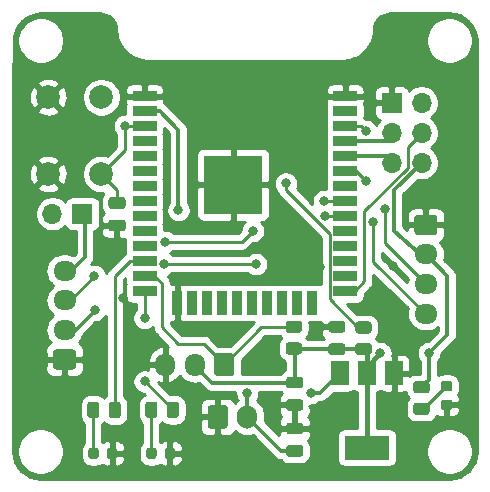
<source format=gbr>
%TF.GenerationSoftware,KiCad,Pcbnew,(5.1.10)-1*%
%TF.CreationDate,2021-08-06T22:26:06+02:00*%
%TF.ProjectId,board,626f6172-642e-46b6-9963-61645f706362,0.2*%
%TF.SameCoordinates,Original*%
%TF.FileFunction,Copper,L1,Top*%
%TF.FilePolarity,Positive*%
%FSLAX46Y46*%
G04 Gerber Fmt 4.6, Leading zero omitted, Abs format (unit mm)*
G04 Created by KiCad (PCBNEW (5.1.10)-1) date 2021-08-06 22:26:06*
%MOMM*%
%LPD*%
G01*
G04 APERTURE LIST*
%TA.AperFunction,ComponentPad*%
%ADD10C,2.000000*%
%TD*%
%TA.AperFunction,ComponentPad*%
%ADD11O,1.700000X1.700000*%
%TD*%
%TA.AperFunction,ComponentPad*%
%ADD12R,1.700000X1.700000*%
%TD*%
%TA.AperFunction,ComponentPad*%
%ADD13O,1.700000X2.000000*%
%TD*%
%TA.AperFunction,SMDPad,CuDef*%
%ADD14R,1.500000X2.000000*%
%TD*%
%TA.AperFunction,SMDPad,CuDef*%
%ADD15R,3.800000X2.000000*%
%TD*%
%TA.AperFunction,SMDPad,CuDef*%
%ADD16R,2.000000X0.900000*%
%TD*%
%TA.AperFunction,SMDPad,CuDef*%
%ADD17R,0.900000X2.000000*%
%TD*%
%TA.AperFunction,SMDPad,CuDef*%
%ADD18R,5.000000X5.000000*%
%TD*%
%TA.AperFunction,ComponentPad*%
%ADD19O,1.950000X1.700000*%
%TD*%
%TA.AperFunction,ComponentPad*%
%ADD20O,1.700000X1.950000*%
%TD*%
%TA.AperFunction,ViaPad*%
%ADD21C,0.800000*%
%TD*%
%TA.AperFunction,Conductor*%
%ADD22C,0.254000*%
%TD*%
%TA.AperFunction,Conductor*%
%ADD23C,0.300000*%
%TD*%
%TA.AperFunction,Conductor*%
%ADD24C,0.430000*%
%TD*%
%TA.AperFunction,Conductor*%
%ADD25C,0.100000*%
%TD*%
G04 APERTURE END LIST*
D10*
%TO.P,SW1,1*%
%TO.N,GND*%
X58370000Y-28540000D03*
%TO.P,SW1,2*%
%TO.N,/RESET*%
X62870000Y-28540000D03*
%TO.P,SW1,1*%
%TO.N,GND*%
X58370000Y-35040000D03*
%TO.P,SW1,2*%
%TO.N,/RESET*%
X62870000Y-35040000D03*
%TD*%
D11*
%TO.P,J6,6*%
%TO.N,+3V3*%
X89980000Y-34090000D03*
%TO.P,J6,5*%
%TO.N,RX*%
X87440000Y-34090000D03*
%TO.P,J6,4*%
%TO.N,GPIO0*%
X89980000Y-31550000D03*
%TO.P,J6,3*%
%TO.N,TX*%
X87440000Y-31550000D03*
%TO.P,J6,2*%
%TO.N,Net-(J6-Pad2)*%
X89980000Y-29010000D03*
D12*
%TO.P,J6,1*%
%TO.N,GND*%
X87440000Y-29010000D03*
%TD*%
D13*
%TO.P,J5,2*%
%TO.N,VBUS*%
X75220000Y-55600000D03*
%TO.P,J5,1*%
%TO.N,GND*%
%TA.AperFunction,ComponentPad*%
G36*
G01*
X71870000Y-56350000D02*
X71870000Y-54850000D01*
G75*
G02*
X72120000Y-54600000I250000J0D01*
G01*
X73320000Y-54600000D01*
G75*
G02*
X73570000Y-54850000I0J-250000D01*
G01*
X73570000Y-56350000D01*
G75*
G02*
X73320000Y-56600000I-250000J0D01*
G01*
X72120000Y-56600000D01*
G75*
G02*
X71870000Y-56350000I0J250000D01*
G01*
G37*
%TD.AperFunction*%
%TD*%
%TO.P,C1,2*%
%TO.N,VBUS*%
%TA.AperFunction,SMDPad,CuDef*%
G36*
G01*
X78765000Y-57980000D02*
X79715000Y-57980000D01*
G75*
G02*
X79965000Y-58230000I0J-250000D01*
G01*
X79965000Y-58730000D01*
G75*
G02*
X79715000Y-58980000I-250000J0D01*
G01*
X78765000Y-58980000D01*
G75*
G02*
X78515000Y-58730000I0J250000D01*
G01*
X78515000Y-58230000D01*
G75*
G02*
X78765000Y-57980000I250000J0D01*
G01*
G37*
%TD.AperFunction*%
%TO.P,C1,1*%
%TO.N,GND*%
%TA.AperFunction,SMDPad,CuDef*%
G36*
G01*
X78765000Y-56080000D02*
X79715000Y-56080000D01*
G75*
G02*
X79965000Y-56330000I0J-250000D01*
G01*
X79965000Y-56830000D01*
G75*
G02*
X79715000Y-57080000I-250000J0D01*
G01*
X78765000Y-57080000D01*
G75*
G02*
X78515000Y-56830000I0J250000D01*
G01*
X78515000Y-56330000D01*
G75*
G02*
X78765000Y-56080000I250000J0D01*
G01*
G37*
%TD.AperFunction*%
%TD*%
%TO.P,R5,1*%
%TO.N,SLED2*%
%TA.AperFunction,SMDPad,CuDef*%
G36*
G01*
X64522500Y-54559998D02*
X64522500Y-55460002D01*
G75*
G02*
X64272502Y-55710000I-249998J0D01*
G01*
X63747498Y-55710000D01*
G75*
G02*
X63497500Y-55460002I0J249998D01*
G01*
X63497500Y-54559998D01*
G75*
G02*
X63747498Y-54310000I249998J0D01*
G01*
X64272502Y-54310000D01*
G75*
G02*
X64522500Y-54559998I0J-249998D01*
G01*
G37*
%TD.AperFunction*%
%TO.P,R5,2*%
%TO.N,/SLED_V2*%
%TA.AperFunction,SMDPad,CuDef*%
G36*
G01*
X62697500Y-54559998D02*
X62697500Y-55460002D01*
G75*
G02*
X62447502Y-55710000I-249998J0D01*
G01*
X61922498Y-55710000D01*
G75*
G02*
X61672500Y-55460002I0J249998D01*
G01*
X61672500Y-54559998D01*
G75*
G02*
X61922498Y-54310000I249998J0D01*
G01*
X62447502Y-54310000D01*
G75*
G02*
X62697500Y-54559998I0J-249998D01*
G01*
G37*
%TD.AperFunction*%
%TD*%
%TO.P,D3,2*%
%TO.N,/SLED_V2*%
%TA.AperFunction,SMDPad,CuDef*%
G36*
G01*
X62637500Y-58433750D02*
X62637500Y-58946250D01*
G75*
G02*
X62418750Y-59165000I-218750J0D01*
G01*
X61981250Y-59165000D01*
G75*
G02*
X61762500Y-58946250I0J218750D01*
G01*
X61762500Y-58433750D01*
G75*
G02*
X61981250Y-58215000I218750J0D01*
G01*
X62418750Y-58215000D01*
G75*
G02*
X62637500Y-58433750I0J-218750D01*
G01*
G37*
%TD.AperFunction*%
%TO.P,D3,1*%
%TO.N,GND*%
%TA.AperFunction,SMDPad,CuDef*%
G36*
G01*
X64212500Y-58433750D02*
X64212500Y-58946250D01*
G75*
G02*
X63993750Y-59165000I-218750J0D01*
G01*
X63556250Y-59165000D01*
G75*
G02*
X63337500Y-58946250I0J218750D01*
G01*
X63337500Y-58433750D01*
G75*
G02*
X63556250Y-58215000I218750J0D01*
G01*
X63993750Y-58215000D01*
G75*
G02*
X64212500Y-58433750I0J-218750D01*
G01*
G37*
%TD.AperFunction*%
%TD*%
%TO.P,D1,2*%
%TO.N,/SLED_V1*%
%TA.AperFunction,SMDPad,CuDef*%
G36*
G01*
X67537500Y-58433750D02*
X67537500Y-58946250D01*
G75*
G02*
X67318750Y-59165000I-218750J0D01*
G01*
X66881250Y-59165000D01*
G75*
G02*
X66662500Y-58946250I0J218750D01*
G01*
X66662500Y-58433750D01*
G75*
G02*
X66881250Y-58215000I218750J0D01*
G01*
X67318750Y-58215000D01*
G75*
G02*
X67537500Y-58433750I0J-218750D01*
G01*
G37*
%TD.AperFunction*%
%TO.P,D1,1*%
%TO.N,GND*%
%TA.AperFunction,SMDPad,CuDef*%
G36*
G01*
X69112500Y-58433750D02*
X69112500Y-58946250D01*
G75*
G02*
X68893750Y-59165000I-218750J0D01*
G01*
X68456250Y-59165000D01*
G75*
G02*
X68237500Y-58946250I0J218750D01*
G01*
X68237500Y-58433750D01*
G75*
G02*
X68456250Y-58215000I218750J0D01*
G01*
X68893750Y-58215000D01*
G75*
G02*
X69112500Y-58433750I0J-218750D01*
G01*
G37*
%TD.AperFunction*%
%TD*%
%TO.P,D2,2*%
%TO.N,/PLED_V*%
%TA.AperFunction,SMDPad,CuDef*%
G36*
G01*
X92356250Y-53437500D02*
X91843750Y-53437500D01*
G75*
G02*
X91625000Y-53218750I0J218750D01*
G01*
X91625000Y-52781250D01*
G75*
G02*
X91843750Y-52562500I218750J0D01*
G01*
X92356250Y-52562500D01*
G75*
G02*
X92575000Y-52781250I0J-218750D01*
G01*
X92575000Y-53218750D01*
G75*
G02*
X92356250Y-53437500I-218750J0D01*
G01*
G37*
%TD.AperFunction*%
%TO.P,D2,1*%
%TO.N,GND*%
%TA.AperFunction,SMDPad,CuDef*%
G36*
G01*
X92356250Y-55012500D02*
X91843750Y-55012500D01*
G75*
G02*
X91625000Y-54793750I0J218750D01*
G01*
X91625000Y-54356250D01*
G75*
G02*
X91843750Y-54137500I218750J0D01*
G01*
X92356250Y-54137500D01*
G75*
G02*
X92575000Y-54356250I0J-218750D01*
G01*
X92575000Y-54793750D01*
G75*
G02*
X92356250Y-55012500I-218750J0D01*
G01*
G37*
%TD.AperFunction*%
%TD*%
%TO.P,R4,2*%
%TO.N,/SLED_V1*%
%TA.AperFunction,SMDPad,CuDef*%
G36*
G01*
X67612500Y-54549998D02*
X67612500Y-55450002D01*
G75*
G02*
X67362502Y-55700000I-249998J0D01*
G01*
X66837498Y-55700000D01*
G75*
G02*
X66587500Y-55450002I0J249998D01*
G01*
X66587500Y-54549998D01*
G75*
G02*
X66837498Y-54300000I249998J0D01*
G01*
X67362502Y-54300000D01*
G75*
G02*
X67612500Y-54549998I0J-249998D01*
G01*
G37*
%TD.AperFunction*%
%TO.P,R4,1*%
%TO.N,SLED1*%
%TA.AperFunction,SMDPad,CuDef*%
G36*
G01*
X69437500Y-54549998D02*
X69437500Y-55450002D01*
G75*
G02*
X69187502Y-55700000I-249998J0D01*
G01*
X68662498Y-55700000D01*
G75*
G02*
X68412500Y-55450002I0J249998D01*
G01*
X68412500Y-54549998D01*
G75*
G02*
X68662498Y-54300000I249998J0D01*
G01*
X69187502Y-54300000D01*
G75*
G02*
X69437500Y-54549998I0J-249998D01*
G01*
G37*
%TD.AperFunction*%
%TD*%
D14*
%TO.P,U2,1*%
%TO.N,GND*%
X87650000Y-51900000D03*
%TO.P,U2,3*%
%TO.N,VBUS*%
X83050000Y-51900000D03*
%TO.P,U2,2*%
%TO.N,+3V3*%
X85350000Y-51900000D03*
D15*
X85350000Y-58200000D03*
%TD*%
D16*
%TO.P,U1,38*%
%TO.N,GND*%
X83520000Y-28435000D03*
%TO.P,U1,37*%
%TO.N,/IO23*%
X83520000Y-29705000D03*
%TO.P,U1,36*%
%TO.N,SCL*%
X83520000Y-30975000D03*
%TO.P,U1,35*%
%TO.N,TX*%
X83520000Y-32245000D03*
%TO.P,U1,34*%
%TO.N,RX*%
X83520000Y-33515000D03*
%TO.P,U1,33*%
%TO.N,SDA*%
X83520000Y-34785000D03*
%TO.P,U1,32*%
%TO.N,Net-(U1-Pad32)*%
X83520000Y-36055000D03*
%TO.P,U1,31*%
%TO.N,CH2*%
X83520000Y-37325000D03*
%TO.P,U1,30*%
%TO.N,CH1*%
X83520000Y-38595000D03*
%TO.P,U1,29*%
%TO.N,/IO5*%
X83520000Y-39865000D03*
%TO.P,U1,28*%
%TO.N,/IO17*%
X83520000Y-41135000D03*
%TO.P,U1,27*%
%TO.N,/IO16*%
X83520000Y-42405000D03*
%TO.P,U1,26*%
%TO.N,/IO4*%
X83520000Y-43675000D03*
%TO.P,U1,25*%
%TO.N,GPIO0*%
X83520000Y-44945000D03*
D17*
%TO.P,U1,24*%
%TO.N,/IO2*%
X80735000Y-45945000D03*
%TO.P,U1,23*%
%TO.N,/IO15*%
X79465000Y-45945000D03*
%TO.P,U1,22*%
%TO.N,/SD1*%
X78195000Y-45945000D03*
%TO.P,U1,21*%
%TO.N,/SD0*%
X76925000Y-45945000D03*
%TO.P,U1,20*%
%TO.N,/CLK*%
X75655000Y-45945000D03*
%TO.P,U1,19*%
%TO.N,/CMD*%
X74385000Y-45945000D03*
%TO.P,U1,18*%
%TO.N,/SD3*%
X73115000Y-45945000D03*
%TO.P,U1,17*%
%TO.N,/SD2*%
X71845000Y-45945000D03*
%TO.P,U1,16*%
%TO.N,/IO13*%
X70575000Y-45945000D03*
%TO.P,U1,15*%
%TO.N,GND*%
X69305000Y-45945000D03*
D16*
%TO.P,U1,14*%
%TO.N,SLED1*%
X66520000Y-44945000D03*
%TO.P,U1,13*%
%TO.N,GPIO14*%
X66520000Y-43675000D03*
%TO.P,U1,12*%
%TO.N,SLED2*%
X66520000Y-42405000D03*
%TO.P,U1,11*%
%TO.N,/IO26*%
X66520000Y-41135000D03*
%TO.P,U1,10*%
%TO.N,/IO25*%
X66520000Y-39865000D03*
%TO.P,U1,9*%
%TO.N,/IO33*%
X66520000Y-38595000D03*
%TO.P,U1,8*%
%TO.N,/IO32*%
X66520000Y-37325000D03*
%TO.P,U1,7*%
%TO.N,/IO35*%
X66520000Y-36055000D03*
%TO.P,U1,6*%
%TO.N,/IO34*%
X66520000Y-34785000D03*
%TO.P,U1,5*%
%TO.N,Net-(U1-Pad5)*%
X66520000Y-33515000D03*
%TO.P,U1,4*%
%TO.N,Net-(U1-Pad4)*%
X66520000Y-32245000D03*
%TO.P,U1,3*%
%TO.N,/RESET*%
X66520000Y-30975000D03*
%TO.P,U1,2*%
%TO.N,+3V3*%
X66520000Y-29705000D03*
%TO.P,U1,1*%
%TO.N,GND*%
X66520000Y-28435000D03*
D18*
%TO.P,U1,39*%
X74020000Y-35935000D03*
%TD*%
%TO.P,R3,2*%
%TO.N,/RESET*%
%TA.AperFunction,SMDPad,CuDef*%
G36*
G01*
X85510002Y-48547500D02*
X84609998Y-48547500D01*
G75*
G02*
X84360000Y-48297502I0J249998D01*
G01*
X84360000Y-47772498D01*
G75*
G02*
X84609998Y-47522500I249998J0D01*
G01*
X85510002Y-47522500D01*
G75*
G02*
X85760000Y-47772498I0J-249998D01*
G01*
X85760000Y-48297502D01*
G75*
G02*
X85510002Y-48547500I-249998J0D01*
G01*
G37*
%TD.AperFunction*%
%TO.P,R3,1*%
%TO.N,+3V3*%
%TA.AperFunction,SMDPad,CuDef*%
G36*
G01*
X85510002Y-50372500D02*
X84609998Y-50372500D01*
G75*
G02*
X84360000Y-50122502I0J249998D01*
G01*
X84360000Y-49597498D01*
G75*
G02*
X84609998Y-49347500I249998J0D01*
G01*
X85510002Y-49347500D01*
G75*
G02*
X85760000Y-49597498I0J-249998D01*
G01*
X85760000Y-50122502D01*
G75*
G02*
X85510002Y-50372500I-249998J0D01*
G01*
G37*
%TD.AperFunction*%
%TD*%
%TO.P,R2,2*%
%TO.N,/PLED_V*%
%TA.AperFunction,SMDPad,CuDef*%
G36*
G01*
X89519998Y-54397500D02*
X90420002Y-54397500D01*
G75*
G02*
X90670000Y-54647498I0J-249998D01*
G01*
X90670000Y-55172502D01*
G75*
G02*
X90420002Y-55422500I-249998J0D01*
G01*
X89519998Y-55422500D01*
G75*
G02*
X89270000Y-55172502I0J249998D01*
G01*
X89270000Y-54647498D01*
G75*
G02*
X89519998Y-54397500I249998J0D01*
G01*
G37*
%TD.AperFunction*%
%TO.P,R2,1*%
%TO.N,+3V3*%
%TA.AperFunction,SMDPad,CuDef*%
G36*
G01*
X89519998Y-52572500D02*
X90420002Y-52572500D01*
G75*
G02*
X90670000Y-52822498I0J-249998D01*
G01*
X90670000Y-53347502D01*
G75*
G02*
X90420002Y-53597500I-249998J0D01*
G01*
X89519998Y-53597500D01*
G75*
G02*
X89270000Y-53347502I0J249998D01*
G01*
X89270000Y-52822498D01*
G75*
G02*
X89519998Y-52572500I249998J0D01*
G01*
G37*
%TD.AperFunction*%
%TD*%
%TO.P,R1,2*%
%TO.N,GPIO14*%
%TA.AperFunction,SMDPad,CuDef*%
G36*
G01*
X79610002Y-48497500D02*
X78709998Y-48497500D01*
G75*
G02*
X78460000Y-48247502I0J249998D01*
G01*
X78460000Y-47722498D01*
G75*
G02*
X78709998Y-47472500I249998J0D01*
G01*
X79610002Y-47472500D01*
G75*
G02*
X79860000Y-47722498I0J-249998D01*
G01*
X79860000Y-48247502D01*
G75*
G02*
X79610002Y-48497500I-249998J0D01*
G01*
G37*
%TD.AperFunction*%
%TO.P,R1,1*%
%TO.N,+3V3*%
%TA.AperFunction,SMDPad,CuDef*%
G36*
G01*
X79610002Y-50322500D02*
X78709998Y-50322500D01*
G75*
G02*
X78460000Y-50072502I0J249998D01*
G01*
X78460000Y-49547498D01*
G75*
G02*
X78709998Y-49297500I249998J0D01*
G01*
X79610002Y-49297500D01*
G75*
G02*
X79860000Y-49547498I0J-249998D01*
G01*
X79860000Y-50072502D01*
G75*
G02*
X79610002Y-50322500I-249998J0D01*
G01*
G37*
%TD.AperFunction*%
%TD*%
D11*
%TO.P,J4,2*%
%TO.N,VBUS*%
X58730000Y-38410000D03*
D12*
%TO.P,J4,1*%
%TO.N,/RELAY_V*%
X61270000Y-38410000D03*
%TD*%
D19*
%TO.P,J3,4*%
%TO.N,/RELAY_V*%
X59750000Y-43240000D03*
%TO.P,J3,3*%
%TO.N,CH2*%
X59750000Y-45740000D03*
%TO.P,J3,2*%
%TO.N,CH1*%
X59750000Y-48240000D03*
%TO.P,J3,1*%
%TO.N,GND*%
%TA.AperFunction,ComponentPad*%
G36*
G01*
X60475000Y-51590000D02*
X59025000Y-51590000D01*
G75*
G02*
X58775000Y-51340000I0J250000D01*
G01*
X58775000Y-50140000D01*
G75*
G02*
X59025000Y-49890000I250000J0D01*
G01*
X60475000Y-49890000D01*
G75*
G02*
X60725000Y-50140000I0J-250000D01*
G01*
X60725000Y-51340000D01*
G75*
G02*
X60475000Y-51590000I-250000J0D01*
G01*
G37*
%TD.AperFunction*%
%TD*%
%TO.P,J2,4*%
%TO.N,SDA*%
X90340000Y-46850000D03*
%TO.P,J2,3*%
%TO.N,SCL*%
X90340000Y-44350000D03*
%TO.P,J2,2*%
%TO.N,+3V3*%
X90340000Y-41850000D03*
%TO.P,J2,1*%
%TO.N,GND*%
%TA.AperFunction,ComponentPad*%
G36*
G01*
X89615000Y-38500000D02*
X91065000Y-38500000D01*
G75*
G02*
X91315000Y-38750000I0J-250000D01*
G01*
X91315000Y-39950000D01*
G75*
G02*
X91065000Y-40200000I-250000J0D01*
G01*
X89615000Y-40200000D01*
G75*
G02*
X89365000Y-39950000I0J250000D01*
G01*
X89365000Y-38750000D01*
G75*
G02*
X89615000Y-38500000I250000J0D01*
G01*
G37*
%TD.AperFunction*%
%TD*%
D20*
%TO.P,J1,3*%
%TO.N,GND*%
X68260000Y-51170000D03*
%TO.P,J1,2*%
%TO.N,+3V3*%
X70760000Y-51170000D03*
%TO.P,J1,1*%
%TO.N,GPIO14*%
%TA.AperFunction,ComponentPad*%
G36*
G01*
X74110000Y-50445000D02*
X74110000Y-51895000D01*
G75*
G02*
X73860000Y-52145000I-250000J0D01*
G01*
X72660000Y-52145000D01*
G75*
G02*
X72410000Y-51895000I0J250000D01*
G01*
X72410000Y-50445000D01*
G75*
G02*
X72660000Y-50195000I250000J0D01*
G01*
X73860000Y-50195000D01*
G75*
G02*
X74110000Y-50445000I0J-250000D01*
G01*
G37*
%TD.AperFunction*%
%TD*%
%TO.P,C5,2*%
%TO.N,GND*%
%TA.AperFunction,SMDPad,CuDef*%
G36*
G01*
X83275000Y-48470000D02*
X82325000Y-48470000D01*
G75*
G02*
X82075000Y-48220000I0J250000D01*
G01*
X82075000Y-47720000D01*
G75*
G02*
X82325000Y-47470000I250000J0D01*
G01*
X83275000Y-47470000D01*
G75*
G02*
X83525000Y-47720000I0J-250000D01*
G01*
X83525000Y-48220000D01*
G75*
G02*
X83275000Y-48470000I-250000J0D01*
G01*
G37*
%TD.AperFunction*%
%TO.P,C5,1*%
%TO.N,+3V3*%
%TA.AperFunction,SMDPad,CuDef*%
G36*
G01*
X83275000Y-50370000D02*
X82325000Y-50370000D01*
G75*
G02*
X82075000Y-50120000I0J250000D01*
G01*
X82075000Y-49620000D01*
G75*
G02*
X82325000Y-49370000I250000J0D01*
G01*
X83275000Y-49370000D01*
G75*
G02*
X83525000Y-49620000I0J-250000D01*
G01*
X83525000Y-50120000D01*
G75*
G02*
X83275000Y-50370000I-250000J0D01*
G01*
G37*
%TD.AperFunction*%
%TD*%
%TO.P,C4,2*%
%TO.N,+3V3*%
%TA.AperFunction,SMDPad,CuDef*%
G36*
G01*
X79705000Y-53190000D02*
X78755000Y-53190000D01*
G75*
G02*
X78505000Y-52940000I0J250000D01*
G01*
X78505000Y-52440000D01*
G75*
G02*
X78755000Y-52190000I250000J0D01*
G01*
X79705000Y-52190000D01*
G75*
G02*
X79955000Y-52440000I0J-250000D01*
G01*
X79955000Y-52940000D01*
G75*
G02*
X79705000Y-53190000I-250000J0D01*
G01*
G37*
%TD.AperFunction*%
%TO.P,C4,1*%
%TO.N,GND*%
%TA.AperFunction,SMDPad,CuDef*%
G36*
G01*
X79705000Y-55090000D02*
X78755000Y-55090000D01*
G75*
G02*
X78505000Y-54840000I0J250000D01*
G01*
X78505000Y-54340000D01*
G75*
G02*
X78755000Y-54090000I250000J0D01*
G01*
X79705000Y-54090000D01*
G75*
G02*
X79955000Y-54340000I0J-250000D01*
G01*
X79955000Y-54840000D01*
G75*
G02*
X79705000Y-55090000I-250000J0D01*
G01*
G37*
%TD.AperFunction*%
%TD*%
%TO.P,C2,2*%
%TO.N,/RESET*%
%TA.AperFunction,SMDPad,CuDef*%
G36*
G01*
X64665000Y-37990000D02*
X63715000Y-37990000D01*
G75*
G02*
X63465000Y-37740000I0J250000D01*
G01*
X63465000Y-37240000D01*
G75*
G02*
X63715000Y-36990000I250000J0D01*
G01*
X64665000Y-36990000D01*
G75*
G02*
X64915000Y-37240000I0J-250000D01*
G01*
X64915000Y-37740000D01*
G75*
G02*
X64665000Y-37990000I-250000J0D01*
G01*
G37*
%TD.AperFunction*%
%TO.P,C2,1*%
%TO.N,GND*%
%TA.AperFunction,SMDPad,CuDef*%
G36*
G01*
X64665000Y-39890000D02*
X63715000Y-39890000D01*
G75*
G02*
X63465000Y-39640000I0J250000D01*
G01*
X63465000Y-39140000D01*
G75*
G02*
X63715000Y-38890000I250000J0D01*
G01*
X64665000Y-38890000D01*
G75*
G02*
X64915000Y-39140000I0J-250000D01*
G01*
X64915000Y-39640000D01*
G75*
G02*
X64665000Y-39890000I-250000J0D01*
G01*
G37*
%TD.AperFunction*%
%TD*%
D21*
%TO.N,GND*%
X64720000Y-45510000D03*
X87570000Y-42860000D03*
X81390000Y-42930000D03*
X76820000Y-51400000D03*
X80950000Y-48370000D03*
%TO.N,+3V3*%
X69390000Y-38090000D03*
X86500000Y-50200000D03*
X90600000Y-50200000D03*
%TO.N,SCL*%
X85250000Y-31400000D03*
X86890000Y-37980000D03*
%TO.N,SDA*%
X85870000Y-39110000D03*
X85280000Y-35620000D03*
%TO.N,CH2*%
X62280000Y-43670000D03*
X68240000Y-40780000D03*
X81730000Y-37330000D03*
X75690000Y-39840000D03*
%TO.N,CH1*%
X62325000Y-46535000D03*
X68210000Y-42650000D03*
X81760000Y-38590000D03*
X75950000Y-42660000D03*
%TO.N,VBUS*%
X80620000Y-53560000D03*
X75220000Y-53570000D03*
%TO.N,/RESET*%
X64870000Y-30970000D03*
X78490000Y-35830000D03*
%TO.N,SLED1*%
X66520000Y-47230000D03*
X66520000Y-52595000D03*
%TD*%
D22*
%TO.N,GPIO14*%
X67288602Y-43675000D02*
X66520000Y-43675000D01*
X67980000Y-44240000D02*
X67288602Y-43675000D01*
X73260000Y-51170000D02*
X73260000Y-51130000D01*
X73260000Y-51130000D02*
X71540000Y-49410000D01*
X71540000Y-49410000D02*
X69380000Y-49410000D01*
X67980000Y-48010000D02*
X67980000Y-46400000D01*
X69380000Y-49410000D02*
X67980000Y-48010000D01*
X67980000Y-46400000D02*
X67980000Y-44240000D01*
X67980000Y-46540000D02*
X67980000Y-46400000D01*
X73260000Y-51170000D02*
X76420000Y-48010000D01*
X79135000Y-48010000D02*
X79160000Y-47985000D01*
X76420000Y-48010000D02*
X79135000Y-48010000D01*
D23*
%TO.N,+3V3*%
X67820000Y-29705000D02*
X66520000Y-29705000D01*
X69390000Y-31275000D02*
X67820000Y-29705000D01*
X69390000Y-38090000D02*
X69390000Y-31275000D01*
X70760000Y-51370000D02*
X70760000Y-51170000D01*
X92170000Y-43680000D02*
X90340000Y-41850000D01*
X70760000Y-51250000D02*
X72230000Y-52720000D01*
X70760000Y-51170000D02*
X70760000Y-51250000D01*
X92170000Y-47870000D02*
X92170000Y-47370000D01*
X92170000Y-47370000D02*
X92170000Y-43680000D01*
X92170000Y-47760000D02*
X92170000Y-47370000D01*
X66510000Y-29695000D02*
X66520000Y-29705000D01*
X82765000Y-49835000D02*
X82800000Y-49870000D01*
D24*
X85350000Y-51900000D02*
X85350000Y-58200000D01*
D23*
X82800000Y-49870000D02*
X83320000Y-49870000D01*
X90600000Y-52455000D02*
X89970000Y-53085000D01*
X92170000Y-47760000D02*
X92170000Y-47870000D01*
X90600000Y-52455000D02*
X90600000Y-50200000D01*
X92170000Y-48630000D02*
X90600000Y-50200000D01*
X92170000Y-47760000D02*
X92170000Y-48630000D01*
X79200000Y-52720000D02*
X79230000Y-52690000D01*
X72230000Y-52720000D02*
X79200000Y-52720000D01*
X79230000Y-49880000D02*
X79160000Y-49810000D01*
X79230000Y-52690000D02*
X79230000Y-49880000D01*
X82740000Y-49810000D02*
X82800000Y-49870000D01*
X79160000Y-49810000D02*
X82740000Y-49810000D01*
X87640000Y-36430000D02*
X89980000Y-34090000D01*
X87640000Y-39820000D02*
X87640000Y-36430000D01*
X89870000Y-41850000D02*
X87640000Y-39820000D01*
X90340000Y-41850000D02*
X89870000Y-41850000D01*
X85050000Y-49870000D02*
X85060000Y-49860000D01*
X82800000Y-49870000D02*
X85050000Y-49870000D01*
D24*
X85350000Y-50150000D02*
X85060000Y-49860000D01*
X85350000Y-51900000D02*
X85350000Y-50150000D01*
X85350000Y-51350000D02*
X86500000Y-50200000D01*
X85350000Y-51900000D02*
X85350000Y-51350000D01*
D22*
%TO.N,SCL*%
X84825000Y-30975000D02*
X85250000Y-31400000D01*
X83520000Y-30975000D02*
X84825000Y-30975000D01*
X86890000Y-40890000D02*
X90340000Y-44350000D01*
X86890000Y-37980000D02*
X86890000Y-40890000D01*
%TO.N,SDA*%
X83520000Y-34785000D02*
X84288602Y-34785000D01*
X84375474Y-34785000D02*
X83520000Y-34785000D01*
X85870000Y-42490000D02*
X90340000Y-46850000D01*
X85870000Y-39110000D02*
X85870000Y-42490000D01*
X84445000Y-34785000D02*
X85280000Y-35620000D01*
X83520000Y-34785000D02*
X84445000Y-34785000D01*
%TO.N,CH2*%
X59770000Y-46180000D02*
X59770000Y-46270000D01*
X62280000Y-43670000D02*
X59770000Y-46180000D01*
X68240000Y-40780000D02*
X74763602Y-40780000D01*
D23*
X81735000Y-37325000D02*
X81730000Y-37330000D01*
D22*
X83520000Y-37325000D02*
X81735000Y-37325000D01*
X74763602Y-40766398D02*
X75690000Y-39840000D01*
X74763602Y-40780000D02*
X74763602Y-40766398D01*
%TO.N,CH1*%
X60090000Y-48770000D02*
X59770000Y-48770000D01*
X62325000Y-46535000D02*
X60090000Y-48770000D01*
X82751398Y-38595000D02*
X83520000Y-38595000D01*
X75940000Y-42650000D02*
X68210000Y-42650000D01*
D23*
X81765000Y-38595000D02*
X81760000Y-38590000D01*
D22*
X83520000Y-38595000D02*
X81765000Y-38595000D01*
D23*
%TO.N,VBUS*%
X81390000Y-53560000D02*
X83050000Y-51900000D01*
X80620000Y-53560000D02*
X81390000Y-53560000D01*
X75220000Y-53570000D02*
X75220000Y-55600000D01*
X78100000Y-58480000D02*
X75220000Y-55600000D01*
X79240000Y-58480000D02*
X78100000Y-58480000D01*
%TO.N,/RELAY_V*%
X61490000Y-42050000D02*
X59770000Y-43770000D01*
X61490000Y-38260000D02*
X61490000Y-42050000D01*
D22*
%TO.N,/RESET*%
X64875000Y-30975000D02*
X64870000Y-30970000D01*
X66520000Y-30975000D02*
X64875000Y-30975000D01*
X78490000Y-36395962D02*
X78490000Y-35830000D01*
X82192999Y-40098961D02*
X78490000Y-36395962D01*
X82192999Y-45656601D02*
X82192999Y-40098961D01*
X84571398Y-48035000D02*
X82192999Y-45656601D01*
X85060000Y-48035000D02*
X84571398Y-48035000D01*
X64870000Y-33040000D02*
X62870000Y-35040000D01*
X64870000Y-30970000D02*
X64870000Y-33040000D01*
X64190000Y-36360000D02*
X64190000Y-37490000D01*
X62870000Y-35040000D02*
X64190000Y-36360000D01*
D23*
%TO.N,TX*%
X83565000Y-32200000D02*
X83520000Y-32245000D01*
X87210000Y-32200000D02*
X83565000Y-32200000D01*
%TO.N,RX*%
X83565000Y-33470000D02*
X83520000Y-33515000D01*
X87210000Y-33470000D02*
X83565000Y-33470000D01*
D22*
%TO.N,GPIO0*%
X88802999Y-34507001D02*
X88802999Y-32727001D01*
X88802999Y-32727001D02*
X89980000Y-31550000D01*
X85140000Y-38170000D02*
X88802999Y-34507001D01*
X85140000Y-44120000D02*
X85140000Y-38170000D01*
X84315000Y-44945000D02*
X85140000Y-44120000D01*
X83520000Y-44945000D02*
X84315000Y-44945000D01*
D23*
%TO.N,/PLED_V*%
X90190000Y-54910000D02*
X92100000Y-53000000D01*
X89970000Y-54910000D02*
X90190000Y-54910000D01*
D22*
%TO.N,/SLED_V1*%
X67100000Y-55000000D02*
X67100000Y-58690000D01*
%TO.N,/SLED_V2*%
X62185000Y-58675000D02*
X62200000Y-58690000D01*
X62185000Y-55010000D02*
X62185000Y-58675000D01*
%TO.N,SLED1*%
X66520000Y-52595000D02*
X68925000Y-55000000D01*
X66520000Y-44945000D02*
X66520000Y-47230000D01*
%TO.N,SLED2*%
X63992999Y-54992999D02*
X64010000Y-55010000D01*
X63992999Y-43678001D02*
X63992999Y-54992999D01*
X65266000Y-42405000D02*
X63992999Y-43678001D01*
X66520000Y-42405000D02*
X65266000Y-42405000D01*
%TD*%
%TO.N,GND*%
X63029659Y-21458625D02*
X63279429Y-21534035D01*
X63509792Y-21656522D01*
X63711980Y-21821422D01*
X63878286Y-22022450D01*
X64002378Y-22251954D01*
X64079531Y-22501195D01*
X64112938Y-22819040D01*
X64112765Y-22843781D01*
X64113665Y-22852952D01*
X64154466Y-23241145D01*
X64166487Y-23299708D01*
X64177702Y-23358501D01*
X64180366Y-23367323D01*
X64295790Y-23740198D01*
X64318975Y-23795353D01*
X64341379Y-23850806D01*
X64345706Y-23858943D01*
X64531357Y-24202298D01*
X64564780Y-24251849D01*
X64597562Y-24301946D01*
X64603387Y-24309087D01*
X64852194Y-24609841D01*
X64894629Y-24651981D01*
X64936492Y-24694730D01*
X64943592Y-24700604D01*
X65246077Y-24947305D01*
X65295904Y-24980409D01*
X65345259Y-25014204D01*
X65353365Y-25018587D01*
X65698007Y-25201837D01*
X65753311Y-25224631D01*
X65808295Y-25248198D01*
X65817098Y-25250923D01*
X66190770Y-25363741D01*
X66249458Y-25375361D01*
X66307961Y-25387797D01*
X66317126Y-25388760D01*
X66705595Y-25426850D01*
X66705598Y-25426850D01*
X66737581Y-25430000D01*
X83332419Y-25430000D01*
X83361373Y-25427148D01*
X83373781Y-25427235D01*
X83382952Y-25426335D01*
X83771145Y-25385534D01*
X83829708Y-25373513D01*
X83888501Y-25362298D01*
X83897323Y-25359634D01*
X84270198Y-25244210D01*
X84325353Y-25221025D01*
X84380806Y-25198621D01*
X84388943Y-25194294D01*
X84732298Y-25008643D01*
X84781849Y-24975220D01*
X84831946Y-24942438D01*
X84839087Y-24936613D01*
X85139841Y-24687806D01*
X85181981Y-24645371D01*
X85224730Y-24603508D01*
X85230604Y-24596408D01*
X85477305Y-24293923D01*
X85510409Y-24244096D01*
X85544204Y-24194741D01*
X85548587Y-24186635D01*
X85731837Y-23841993D01*
X85754631Y-23786689D01*
X85778198Y-23731705D01*
X85780923Y-23722902D01*
X85834787Y-23544495D01*
X90345000Y-23544495D01*
X90345000Y-23935505D01*
X90421282Y-24319003D01*
X90570915Y-24680250D01*
X90788149Y-25005364D01*
X91064636Y-25281851D01*
X91389750Y-25499085D01*
X91750997Y-25648718D01*
X92134495Y-25725000D01*
X92525505Y-25725000D01*
X92909003Y-25648718D01*
X93270250Y-25499085D01*
X93595364Y-25281851D01*
X93871851Y-25005364D01*
X94089085Y-24680250D01*
X94238718Y-24319003D01*
X94315000Y-23935505D01*
X94315000Y-23544495D01*
X94238718Y-23160997D01*
X94089085Y-22799750D01*
X93871851Y-22474636D01*
X93595364Y-22198149D01*
X93270250Y-21980915D01*
X92909003Y-21831282D01*
X92525505Y-21755000D01*
X92134495Y-21755000D01*
X91750997Y-21831282D01*
X91389750Y-21980915D01*
X91064636Y-22198149D01*
X90788149Y-22474636D01*
X90570915Y-22799750D01*
X90421282Y-23160997D01*
X90345000Y-23544495D01*
X85834787Y-23544495D01*
X85893741Y-23349230D01*
X85905361Y-23290542D01*
X85917797Y-23232039D01*
X85918760Y-23222874D01*
X85956850Y-22834405D01*
X85988625Y-22510341D01*
X86064035Y-22260571D01*
X86186522Y-22030208D01*
X86351422Y-21828020D01*
X86552450Y-21661714D01*
X86781954Y-21537622D01*
X87031195Y-21460469D01*
X87321088Y-21430000D01*
X92267721Y-21430000D01*
X92753893Y-21477670D01*
X93190498Y-21609489D01*
X93593185Y-21823600D01*
X93946612Y-22111848D01*
X94237327Y-22463261D01*
X94454242Y-22864439D01*
X94589106Y-23300113D01*
X94640001Y-23784353D01*
X94640000Y-58467721D01*
X94592330Y-58953894D01*
X94460512Y-59390497D01*
X94246399Y-59793186D01*
X93958150Y-60146613D01*
X93606739Y-60437327D01*
X93205564Y-60654240D01*
X92769886Y-60789106D01*
X92285664Y-60840000D01*
X57772279Y-60840000D01*
X57286106Y-60792330D01*
X56849503Y-60660512D01*
X56446814Y-60446399D01*
X56093387Y-60158150D01*
X55802673Y-59806739D01*
X55585760Y-59405564D01*
X55450894Y-58969886D01*
X55400012Y-58485777D01*
X55400142Y-58334495D01*
X55725000Y-58334495D01*
X55725000Y-58725505D01*
X55801282Y-59109003D01*
X55950915Y-59470250D01*
X56168149Y-59795364D01*
X56444636Y-60071851D01*
X56769750Y-60289085D01*
X57130997Y-60438718D01*
X57514495Y-60515000D01*
X57905505Y-60515000D01*
X58289003Y-60438718D01*
X58650250Y-60289085D01*
X58975364Y-60071851D01*
X59251851Y-59795364D01*
X59469085Y-59470250D01*
X59618718Y-59109003D01*
X59695000Y-58725505D01*
X59695000Y-58334495D01*
X59618718Y-57950997D01*
X59469085Y-57589750D01*
X59251851Y-57264636D01*
X58975364Y-56988149D01*
X58650250Y-56770915D01*
X58289003Y-56621282D01*
X57905505Y-56545000D01*
X57514495Y-56545000D01*
X57130997Y-56621282D01*
X56769750Y-56770915D01*
X56444636Y-56988149D01*
X56168149Y-57264636D01*
X55950915Y-57589750D01*
X55801282Y-57950997D01*
X55725000Y-58334495D01*
X55400142Y-58334495D01*
X55405967Y-51590000D01*
X58136928Y-51590000D01*
X58149188Y-51714482D01*
X58185498Y-51834180D01*
X58244463Y-51944494D01*
X58323815Y-52041185D01*
X58420506Y-52120537D01*
X58530820Y-52179502D01*
X58650518Y-52215812D01*
X58775000Y-52228072D01*
X59464250Y-52225000D01*
X59623000Y-52066250D01*
X59623000Y-50867000D01*
X59877000Y-50867000D01*
X59877000Y-52066250D01*
X60035750Y-52225000D01*
X60725000Y-52228072D01*
X60849482Y-52215812D01*
X60969180Y-52179502D01*
X61079494Y-52120537D01*
X61176185Y-52041185D01*
X61255537Y-51944494D01*
X61314502Y-51834180D01*
X61350812Y-51714482D01*
X61363072Y-51590000D01*
X61360000Y-51025750D01*
X61201250Y-50867000D01*
X59877000Y-50867000D01*
X59623000Y-50867000D01*
X58298750Y-50867000D01*
X58140000Y-51025750D01*
X58136928Y-51590000D01*
X55405967Y-51590000D01*
X55417478Y-38263740D01*
X57245000Y-38263740D01*
X57245000Y-38556260D01*
X57302068Y-38843158D01*
X57414010Y-39113411D01*
X57576525Y-39356632D01*
X57783368Y-39563475D01*
X58026589Y-39725990D01*
X58296842Y-39837932D01*
X58583740Y-39895000D01*
X58876260Y-39895000D01*
X59163158Y-39837932D01*
X59433411Y-39725990D01*
X59676632Y-39563475D01*
X59808487Y-39431620D01*
X59830498Y-39504180D01*
X59889463Y-39614494D01*
X59968815Y-39711185D01*
X60065506Y-39790537D01*
X60175820Y-39849502D01*
X60295518Y-39885812D01*
X60420000Y-39898072D01*
X60705000Y-39898072D01*
X60705001Y-41724841D01*
X60525804Y-41904039D01*
X60446034Y-41861401D01*
X60166111Y-41776487D01*
X59947950Y-41755000D01*
X59552050Y-41755000D01*
X59333889Y-41776487D01*
X59053966Y-41861401D01*
X58795986Y-41999294D01*
X58569866Y-42184866D01*
X58384294Y-42410986D01*
X58246401Y-42668966D01*
X58161487Y-42948889D01*
X58132815Y-43240000D01*
X58161487Y-43531111D01*
X58246401Y-43811034D01*
X58384294Y-44069014D01*
X58569866Y-44295134D01*
X58795986Y-44480706D01*
X58813374Y-44490000D01*
X58795986Y-44499294D01*
X58569866Y-44684866D01*
X58384294Y-44910986D01*
X58246401Y-45168966D01*
X58161487Y-45448889D01*
X58132815Y-45740000D01*
X58161487Y-46031111D01*
X58246401Y-46311034D01*
X58384294Y-46569014D01*
X58569866Y-46795134D01*
X58795986Y-46980706D01*
X58813374Y-46990000D01*
X58795986Y-46999294D01*
X58569866Y-47184866D01*
X58384294Y-47410986D01*
X58246401Y-47668966D01*
X58161487Y-47948889D01*
X58132815Y-48240000D01*
X58161487Y-48531111D01*
X58246401Y-48811034D01*
X58384294Y-49069014D01*
X58565608Y-49289945D01*
X58530820Y-49300498D01*
X58420506Y-49359463D01*
X58323815Y-49438815D01*
X58244463Y-49535506D01*
X58185498Y-49645820D01*
X58149188Y-49765518D01*
X58136928Y-49890000D01*
X58140000Y-50454250D01*
X58298750Y-50613000D01*
X59623000Y-50613000D01*
X59623000Y-50593000D01*
X59877000Y-50593000D01*
X59877000Y-50613000D01*
X61201250Y-50613000D01*
X61360000Y-50454250D01*
X61363072Y-49890000D01*
X61350812Y-49765518D01*
X61314502Y-49645820D01*
X61255537Y-49535506D01*
X61176185Y-49438815D01*
X61079494Y-49359463D01*
X60969180Y-49300498D01*
X60934392Y-49289945D01*
X61115706Y-49069014D01*
X61253599Y-48811034D01*
X61308901Y-48628730D01*
X62367631Y-47570000D01*
X62426939Y-47570000D01*
X62626898Y-47530226D01*
X62815256Y-47452205D01*
X62984774Y-47338937D01*
X63128937Y-47194774D01*
X63230999Y-47042027D01*
X63231000Y-53840563D01*
X63119538Y-53932038D01*
X63097500Y-53958891D01*
X63075462Y-53932038D01*
X62940887Y-53821595D01*
X62787352Y-53739528D01*
X62620756Y-53688992D01*
X62447502Y-53671928D01*
X61922498Y-53671928D01*
X61749244Y-53688992D01*
X61582648Y-53739528D01*
X61429113Y-53821595D01*
X61294538Y-53932038D01*
X61184095Y-54066613D01*
X61102028Y-54220148D01*
X61051492Y-54386744D01*
X61034428Y-54559998D01*
X61034428Y-55460002D01*
X61051492Y-55633256D01*
X61102028Y-55799852D01*
X61184095Y-55953387D01*
X61294538Y-56087962D01*
X61423000Y-56193388D01*
X61423001Y-57788808D01*
X61375385Y-57827885D01*
X61268829Y-57957725D01*
X61189650Y-58105858D01*
X61140892Y-58266592D01*
X61124428Y-58433750D01*
X61124428Y-58946250D01*
X61140892Y-59113408D01*
X61189650Y-59274142D01*
X61268829Y-59422275D01*
X61375385Y-59552115D01*
X61505225Y-59658671D01*
X61653358Y-59737850D01*
X61814092Y-59786608D01*
X61981250Y-59803072D01*
X62418750Y-59803072D01*
X62585908Y-59786608D01*
X62746642Y-59737850D01*
X62894775Y-59658671D01*
X62916430Y-59640900D01*
X62983006Y-59695537D01*
X63093320Y-59754502D01*
X63213018Y-59790812D01*
X63337500Y-59803072D01*
X63489250Y-59800000D01*
X63648000Y-59641250D01*
X63648000Y-58817000D01*
X63902000Y-58817000D01*
X63902000Y-59641250D01*
X64060750Y-59800000D01*
X64212500Y-59803072D01*
X64336982Y-59790812D01*
X64456680Y-59754502D01*
X64566994Y-59695537D01*
X64663685Y-59616185D01*
X64743037Y-59519494D01*
X64802002Y-59409180D01*
X64838312Y-59289482D01*
X64850572Y-59165000D01*
X64847500Y-58975750D01*
X64688750Y-58817000D01*
X63902000Y-58817000D01*
X63648000Y-58817000D01*
X63628000Y-58817000D01*
X63628000Y-58563000D01*
X63648000Y-58563000D01*
X63648000Y-57738750D01*
X63902000Y-57738750D01*
X63902000Y-58563000D01*
X64688750Y-58563000D01*
X64847500Y-58404250D01*
X64850572Y-58215000D01*
X64838312Y-58090518D01*
X64802002Y-57970820D01*
X64743037Y-57860506D01*
X64663685Y-57763815D01*
X64566994Y-57684463D01*
X64456680Y-57625498D01*
X64336982Y-57589188D01*
X64212500Y-57576928D01*
X64060750Y-57580000D01*
X63902000Y-57738750D01*
X63648000Y-57738750D01*
X63489250Y-57580000D01*
X63337500Y-57576928D01*
X63213018Y-57589188D01*
X63093320Y-57625498D01*
X62983006Y-57684463D01*
X62947000Y-57714012D01*
X62947000Y-56193388D01*
X63075462Y-56087962D01*
X63097500Y-56061109D01*
X63119538Y-56087962D01*
X63254113Y-56198405D01*
X63407648Y-56280472D01*
X63574244Y-56331008D01*
X63747498Y-56348072D01*
X64272502Y-56348072D01*
X64445756Y-56331008D01*
X64612352Y-56280472D01*
X64765887Y-56198405D01*
X64900462Y-56087962D01*
X65010905Y-55953387D01*
X65092972Y-55799852D01*
X65143508Y-55633256D01*
X65160572Y-55460002D01*
X65160572Y-54559998D01*
X65143508Y-54386744D01*
X65092972Y-54220148D01*
X65010905Y-54066613D01*
X64900462Y-53932038D01*
X64765887Y-53821595D01*
X64754999Y-53815775D01*
X64754999Y-52493061D01*
X65485000Y-52493061D01*
X65485000Y-52696939D01*
X65524774Y-52896898D01*
X65602795Y-53085256D01*
X65716063Y-53254774D01*
X65860226Y-53398937D01*
X66029744Y-53512205D01*
X66218102Y-53590226D01*
X66418061Y-53630000D01*
X66477370Y-53630000D01*
X66558453Y-53711083D01*
X66497648Y-53729528D01*
X66344113Y-53811595D01*
X66209538Y-53922038D01*
X66099095Y-54056613D01*
X66017028Y-54210148D01*
X65966492Y-54376744D01*
X65949428Y-54549998D01*
X65949428Y-55450002D01*
X65966492Y-55623256D01*
X66017028Y-55789852D01*
X66099095Y-55943387D01*
X66209538Y-56077962D01*
X66338000Y-56183388D01*
X66338001Y-57776498D01*
X66275385Y-57827885D01*
X66168829Y-57957725D01*
X66089650Y-58105858D01*
X66040892Y-58266592D01*
X66024428Y-58433750D01*
X66024428Y-58946250D01*
X66040892Y-59113408D01*
X66089650Y-59274142D01*
X66168829Y-59422275D01*
X66275385Y-59552115D01*
X66405225Y-59658671D01*
X66553358Y-59737850D01*
X66714092Y-59786608D01*
X66881250Y-59803072D01*
X67318750Y-59803072D01*
X67485908Y-59786608D01*
X67646642Y-59737850D01*
X67794775Y-59658671D01*
X67816430Y-59640900D01*
X67883006Y-59695537D01*
X67993320Y-59754502D01*
X68113018Y-59790812D01*
X68237500Y-59803072D01*
X68389250Y-59800000D01*
X68548000Y-59641250D01*
X68548000Y-58817000D01*
X68802000Y-58817000D01*
X68802000Y-59641250D01*
X68960750Y-59800000D01*
X69112500Y-59803072D01*
X69236982Y-59790812D01*
X69356680Y-59754502D01*
X69466994Y-59695537D01*
X69563685Y-59616185D01*
X69643037Y-59519494D01*
X69702002Y-59409180D01*
X69738312Y-59289482D01*
X69750572Y-59165000D01*
X69747500Y-58975750D01*
X69588750Y-58817000D01*
X68802000Y-58817000D01*
X68548000Y-58817000D01*
X68528000Y-58817000D01*
X68528000Y-58563000D01*
X68548000Y-58563000D01*
X68548000Y-57738750D01*
X68802000Y-57738750D01*
X68802000Y-58563000D01*
X69588750Y-58563000D01*
X69747500Y-58404250D01*
X69750572Y-58215000D01*
X69738312Y-58090518D01*
X69702002Y-57970820D01*
X69643037Y-57860506D01*
X69563685Y-57763815D01*
X69466994Y-57684463D01*
X69356680Y-57625498D01*
X69236982Y-57589188D01*
X69112500Y-57576928D01*
X68960750Y-57580000D01*
X68802000Y-57738750D01*
X68548000Y-57738750D01*
X68389250Y-57580000D01*
X68237500Y-57576928D01*
X68113018Y-57589188D01*
X67993320Y-57625498D01*
X67883006Y-57684463D01*
X67862000Y-57701702D01*
X67862000Y-56600000D01*
X71231928Y-56600000D01*
X71244188Y-56724482D01*
X71280498Y-56844180D01*
X71339463Y-56954494D01*
X71418815Y-57051185D01*
X71515506Y-57130537D01*
X71625820Y-57189502D01*
X71745518Y-57225812D01*
X71870000Y-57238072D01*
X72434250Y-57235000D01*
X72593000Y-57076250D01*
X72593000Y-55727000D01*
X71393750Y-55727000D01*
X71235000Y-55885750D01*
X71231928Y-56600000D01*
X67862000Y-56600000D01*
X67862000Y-56183388D01*
X67990462Y-56077962D01*
X68012500Y-56051109D01*
X68034538Y-56077962D01*
X68169113Y-56188405D01*
X68322648Y-56270472D01*
X68489244Y-56321008D01*
X68662498Y-56338072D01*
X69187502Y-56338072D01*
X69360756Y-56321008D01*
X69527352Y-56270472D01*
X69680887Y-56188405D01*
X69815462Y-56077962D01*
X69925905Y-55943387D01*
X70007972Y-55789852D01*
X70058508Y-55623256D01*
X70075572Y-55450002D01*
X70075572Y-54600000D01*
X71231928Y-54600000D01*
X71235000Y-55314250D01*
X71393750Y-55473000D01*
X72593000Y-55473000D01*
X72593000Y-54123750D01*
X72434250Y-53965000D01*
X71870000Y-53961928D01*
X71745518Y-53974188D01*
X71625820Y-54010498D01*
X71515506Y-54069463D01*
X71418815Y-54148815D01*
X71339463Y-54245506D01*
X71280498Y-54355820D01*
X71244188Y-54475518D01*
X71231928Y-54600000D01*
X70075572Y-54600000D01*
X70075572Y-54549998D01*
X70058508Y-54376744D01*
X70007972Y-54210148D01*
X69925905Y-54056613D01*
X69815462Y-53922038D01*
X69680887Y-53811595D01*
X69527352Y-53729528D01*
X69360756Y-53678992D01*
X69187502Y-53661928D01*
X68664558Y-53661928D01*
X67650670Y-52648040D01*
X67903110Y-52736476D01*
X68133000Y-52615155D01*
X68133000Y-51297000D01*
X66933835Y-51297000D01*
X66793680Y-51529267D01*
X66811645Y-51597735D01*
X66621939Y-51560000D01*
X66418061Y-51560000D01*
X66218102Y-51599774D01*
X66029744Y-51677795D01*
X65860226Y-51791063D01*
X65716063Y-51935226D01*
X65602795Y-52104744D01*
X65524774Y-52293102D01*
X65485000Y-52493061D01*
X64754999Y-52493061D01*
X64754999Y-50810733D01*
X66793680Y-50810733D01*
X66933835Y-51043000D01*
X68133000Y-51043000D01*
X68133000Y-49724845D01*
X67903110Y-49603524D01*
X67640142Y-49695648D01*
X67388807Y-49842504D01*
X67170951Y-50035571D01*
X66994947Y-50267430D01*
X66867558Y-50529170D01*
X66793680Y-50810733D01*
X64754999Y-50810733D01*
X64754999Y-43993631D01*
X64881928Y-43866702D01*
X64881928Y-44125000D01*
X64894188Y-44249482D01*
X64912546Y-44310000D01*
X64894188Y-44370518D01*
X64881928Y-44495000D01*
X64881928Y-45395000D01*
X64894188Y-45519482D01*
X64930498Y-45639180D01*
X64989463Y-45749494D01*
X65068815Y-45846185D01*
X65165506Y-45925537D01*
X65275820Y-45984502D01*
X65395518Y-46020812D01*
X65520000Y-46033072D01*
X65758000Y-46033072D01*
X65758001Y-46528288D01*
X65716063Y-46570226D01*
X65602795Y-46739744D01*
X65524774Y-46928102D01*
X65485000Y-47128061D01*
X65485000Y-47331939D01*
X65524774Y-47531898D01*
X65602795Y-47720256D01*
X65716063Y-47889774D01*
X65860226Y-48033937D01*
X66029744Y-48147205D01*
X66218102Y-48225226D01*
X66418061Y-48265000D01*
X66621939Y-48265000D01*
X66821898Y-48225226D01*
X67010256Y-48147205D01*
X67179774Y-48033937D01*
X67215472Y-47998239D01*
X67214314Y-48010000D01*
X67218000Y-48047423D01*
X67218000Y-48047425D01*
X67229026Y-48159377D01*
X67272598Y-48303014D01*
X67305535Y-48364635D01*
X67343355Y-48435392D01*
X67372378Y-48470756D01*
X67438578Y-48551422D01*
X67467654Y-48575284D01*
X68537690Y-49645321D01*
X68387000Y-49724845D01*
X68387000Y-51043000D01*
X68407000Y-51043000D01*
X68407000Y-51297000D01*
X68387000Y-51297000D01*
X68387000Y-52615155D01*
X68616890Y-52736476D01*
X68879858Y-52644352D01*
X69131193Y-52497496D01*
X69349049Y-52304429D01*
X69505538Y-52098278D01*
X69519294Y-52124013D01*
X69704866Y-52350134D01*
X69930986Y-52535706D01*
X70188966Y-52673599D01*
X70468889Y-52758513D01*
X70760000Y-52787185D01*
X71051110Y-52758513D01*
X71133395Y-52733552D01*
X71647658Y-53247816D01*
X71672236Y-53277764D01*
X71702184Y-53302342D01*
X71702187Y-53302345D01*
X71731559Y-53326450D01*
X71791767Y-53375862D01*
X71928140Y-53448754D01*
X72076113Y-53493642D01*
X72151026Y-53501020D01*
X72191439Y-53505000D01*
X72191444Y-53505000D01*
X72230000Y-53508797D01*
X72268555Y-53505000D01*
X74185000Y-53505000D01*
X74185000Y-53671939D01*
X74224774Y-53871898D01*
X74302795Y-54060256D01*
X74399381Y-54204807D01*
X74390986Y-54209294D01*
X74170055Y-54390608D01*
X74159502Y-54355820D01*
X74100537Y-54245506D01*
X74021185Y-54148815D01*
X73924494Y-54069463D01*
X73814180Y-54010498D01*
X73694482Y-53974188D01*
X73570000Y-53961928D01*
X73005750Y-53965000D01*
X72847000Y-54123750D01*
X72847000Y-55473000D01*
X72867000Y-55473000D01*
X72867000Y-55727000D01*
X72847000Y-55727000D01*
X72847000Y-57076250D01*
X73005750Y-57235000D01*
X73570000Y-57238072D01*
X73694482Y-57225812D01*
X73814180Y-57189502D01*
X73924494Y-57130537D01*
X74021185Y-57051185D01*
X74100537Y-56954494D01*
X74159502Y-56844180D01*
X74170055Y-56809392D01*
X74390987Y-56990706D01*
X74648967Y-57128599D01*
X74928890Y-57213513D01*
X75220000Y-57242185D01*
X75511111Y-57213513D01*
X75673957Y-57164114D01*
X77517658Y-59007816D01*
X77542236Y-59037764D01*
X77572184Y-59062342D01*
X77572187Y-59062345D01*
X77572549Y-59062642D01*
X77661767Y-59135862D01*
X77798140Y-59208754D01*
X77946113Y-59253641D01*
X78060686Y-59264926D01*
X78137038Y-59357962D01*
X78271614Y-59468405D01*
X78425150Y-59550472D01*
X78591746Y-59601008D01*
X78765000Y-59618072D01*
X79715000Y-59618072D01*
X79888254Y-59601008D01*
X80054850Y-59550472D01*
X80208386Y-59468405D01*
X80342962Y-59357962D01*
X80453405Y-59223386D01*
X80535472Y-59069850D01*
X80586008Y-58903254D01*
X80603072Y-58730000D01*
X80603072Y-58230000D01*
X80586008Y-58056746D01*
X80535472Y-57890150D01*
X80453405Y-57736614D01*
X80342962Y-57602038D01*
X80336406Y-57596658D01*
X80416185Y-57531185D01*
X80495537Y-57434494D01*
X80554502Y-57324180D01*
X80590812Y-57204482D01*
X80603072Y-57080000D01*
X80600000Y-56865750D01*
X80441250Y-56707000D01*
X79367000Y-56707000D01*
X79367000Y-56727000D01*
X79113000Y-56727000D01*
X79113000Y-56707000D01*
X78038750Y-56707000D01*
X77880000Y-56865750D01*
X77876928Y-57080000D01*
X77884223Y-57154065D01*
X76691381Y-55961224D01*
X76705000Y-55822949D01*
X76705000Y-55377050D01*
X76683513Y-55158889D01*
X76662616Y-55090000D01*
X77866928Y-55090000D01*
X77879188Y-55214482D01*
X77915498Y-55334180D01*
X77974463Y-55444494D01*
X78053815Y-55541185D01*
X78112204Y-55589103D01*
X78063815Y-55628815D01*
X77984463Y-55725506D01*
X77925498Y-55835820D01*
X77889188Y-55955518D01*
X77876928Y-56080000D01*
X77880000Y-56294250D01*
X78038750Y-56453000D01*
X79113000Y-56453000D01*
X79113000Y-55603750D01*
X79089250Y-55580000D01*
X79103000Y-55566250D01*
X79103000Y-54717000D01*
X78028750Y-54717000D01*
X77870000Y-54875750D01*
X77866928Y-55090000D01*
X76662616Y-55090000D01*
X76598599Y-54878966D01*
X76460706Y-54620986D01*
X76275134Y-54394866D01*
X76049013Y-54209294D01*
X76040619Y-54204807D01*
X76137205Y-54060256D01*
X76215226Y-53871898D01*
X76255000Y-53671939D01*
X76255000Y-53505000D01*
X78075367Y-53505000D01*
X78127038Y-53567962D01*
X78133594Y-53573342D01*
X78053815Y-53638815D01*
X77974463Y-53735506D01*
X77915498Y-53845820D01*
X77879188Y-53965518D01*
X77866928Y-54090000D01*
X77870000Y-54304250D01*
X78028750Y-54463000D01*
X79103000Y-54463000D01*
X79103000Y-54443000D01*
X79357000Y-54443000D01*
X79357000Y-54463000D01*
X79377000Y-54463000D01*
X79377000Y-54717000D01*
X79357000Y-54717000D01*
X79357000Y-55566250D01*
X79380750Y-55590000D01*
X79367000Y-55603750D01*
X79367000Y-56453000D01*
X80441250Y-56453000D01*
X80600000Y-56294250D01*
X80603072Y-56080000D01*
X80590812Y-55955518D01*
X80554502Y-55835820D01*
X80495537Y-55725506D01*
X80416185Y-55628815D01*
X80357796Y-55580897D01*
X80406185Y-55541185D01*
X80485537Y-55444494D01*
X80544502Y-55334180D01*
X80580812Y-55214482D01*
X80593072Y-55090000D01*
X80590000Y-54875750D01*
X80431252Y-54717002D01*
X80590000Y-54717002D01*
X80590000Y-54595000D01*
X80721939Y-54595000D01*
X80921898Y-54555226D01*
X81110256Y-54477205D01*
X81279774Y-54363937D01*
X81298711Y-54345000D01*
X81351447Y-54345000D01*
X81390000Y-54348797D01*
X81428553Y-54345000D01*
X81428561Y-54345000D01*
X81543887Y-54333641D01*
X81691860Y-54288754D01*
X81828233Y-54215862D01*
X81947764Y-54117764D01*
X81972347Y-54087810D01*
X82522085Y-53538072D01*
X83800000Y-53538072D01*
X83924482Y-53525812D01*
X84044180Y-53489502D01*
X84154494Y-53430537D01*
X84200000Y-53393191D01*
X84245506Y-53430537D01*
X84355820Y-53489502D01*
X84475518Y-53525812D01*
X84500000Y-53528223D01*
X84500001Y-56561928D01*
X83450000Y-56561928D01*
X83325518Y-56574188D01*
X83205820Y-56610498D01*
X83095506Y-56669463D01*
X82998815Y-56748815D01*
X82919463Y-56845506D01*
X82860498Y-56955820D01*
X82824188Y-57075518D01*
X82811928Y-57200000D01*
X82811928Y-59200000D01*
X82824188Y-59324482D01*
X82860498Y-59444180D01*
X82919463Y-59554494D01*
X82998815Y-59651185D01*
X83095506Y-59730537D01*
X83205820Y-59789502D01*
X83325518Y-59825812D01*
X83450000Y-59838072D01*
X87250000Y-59838072D01*
X87374482Y-59825812D01*
X87494180Y-59789502D01*
X87604494Y-59730537D01*
X87701185Y-59651185D01*
X87780537Y-59554494D01*
X87839502Y-59444180D01*
X87875812Y-59324482D01*
X87888072Y-59200000D01*
X87888072Y-58324495D01*
X90355000Y-58324495D01*
X90355000Y-58715505D01*
X90431282Y-59099003D01*
X90580915Y-59460250D01*
X90798149Y-59785364D01*
X91074636Y-60061851D01*
X91399750Y-60279085D01*
X91760997Y-60428718D01*
X92144495Y-60505000D01*
X92535505Y-60505000D01*
X92919003Y-60428718D01*
X93280250Y-60279085D01*
X93605364Y-60061851D01*
X93881851Y-59785364D01*
X94099085Y-59460250D01*
X94248718Y-59099003D01*
X94325000Y-58715505D01*
X94325000Y-58324495D01*
X94248718Y-57940997D01*
X94099085Y-57579750D01*
X93881851Y-57254636D01*
X93605364Y-56978149D01*
X93280250Y-56760915D01*
X92919003Y-56611282D01*
X92535505Y-56535000D01*
X92144495Y-56535000D01*
X91760997Y-56611282D01*
X91399750Y-56760915D01*
X91074636Y-56978149D01*
X90798149Y-57254636D01*
X90580915Y-57579750D01*
X90431282Y-57940997D01*
X90355000Y-58324495D01*
X87888072Y-58324495D01*
X87888072Y-57200000D01*
X87875812Y-57075518D01*
X87839502Y-56955820D01*
X87780537Y-56845506D01*
X87701185Y-56748815D01*
X87604494Y-56669463D01*
X87494180Y-56610498D01*
X87374482Y-56574188D01*
X87250000Y-56561928D01*
X86200000Y-56561928D01*
X86200000Y-53528223D01*
X86224482Y-53525812D01*
X86344180Y-53489502D01*
X86454494Y-53430537D01*
X86500000Y-53393191D01*
X86545506Y-53430537D01*
X86655820Y-53489502D01*
X86775518Y-53525812D01*
X86900000Y-53538072D01*
X87364250Y-53535000D01*
X87523000Y-53376250D01*
X87523000Y-52027000D01*
X87503000Y-52027000D01*
X87503000Y-51773000D01*
X87523000Y-51773000D01*
X87523000Y-50423750D01*
X87777000Y-50423750D01*
X87777000Y-51773000D01*
X88876250Y-51773000D01*
X89035000Y-51614250D01*
X89038072Y-50900000D01*
X89025812Y-50775518D01*
X88989502Y-50655820D01*
X88930537Y-50545506D01*
X88851185Y-50448815D01*
X88754494Y-50369463D01*
X88644180Y-50310498D01*
X88524482Y-50274188D01*
X88400000Y-50261928D01*
X87935750Y-50265000D01*
X87777000Y-50423750D01*
X87523000Y-50423750D01*
X87512799Y-50413549D01*
X87535000Y-50301939D01*
X87535000Y-50098061D01*
X87495226Y-49898102D01*
X87417205Y-49709744D01*
X87303937Y-49540226D01*
X87159774Y-49396063D01*
X86990256Y-49282795D01*
X86801898Y-49204774D01*
X86601939Y-49165000D01*
X86398061Y-49165000D01*
X86292205Y-49186056D01*
X86248405Y-49104113D01*
X86137962Y-48969538D01*
X86111109Y-48947500D01*
X86137962Y-48925462D01*
X86248405Y-48790887D01*
X86330472Y-48637352D01*
X86381008Y-48470756D01*
X86398072Y-48297502D01*
X86398072Y-47772498D01*
X86381008Y-47599244D01*
X86330472Y-47432648D01*
X86248405Y-47279113D01*
X86137962Y-47144538D01*
X86003387Y-47034095D01*
X85849852Y-46952028D01*
X85683256Y-46901492D01*
X85510002Y-46884428D01*
X84609998Y-46884428D01*
X84508458Y-46894429D01*
X83647100Y-46033072D01*
X84520000Y-46033072D01*
X84644482Y-46020812D01*
X84764180Y-45984502D01*
X84874494Y-45925537D01*
X84971185Y-45846185D01*
X85050537Y-45749494D01*
X85109502Y-45639180D01*
X85145812Y-45519482D01*
X85158072Y-45395000D01*
X85158072Y-45179558D01*
X85652353Y-44685278D01*
X85681422Y-44661422D01*
X85776645Y-44545392D01*
X85847402Y-44413015D01*
X85890974Y-44269378D01*
X85902000Y-44157426D01*
X85902000Y-44157424D01*
X85905686Y-44120001D01*
X85902000Y-44082578D01*
X85902000Y-43585665D01*
X88796866Y-46409294D01*
X88751487Y-46558889D01*
X88722815Y-46850000D01*
X88751487Y-47141111D01*
X88836401Y-47421034D01*
X88974294Y-47679014D01*
X89159866Y-47905134D01*
X89385986Y-48090706D01*
X89643966Y-48228599D01*
X89923889Y-48313513D01*
X90142050Y-48335000D01*
X90537950Y-48335000D01*
X90756111Y-48313513D01*
X91036034Y-48228599D01*
X91294014Y-48090706D01*
X91385000Y-48016036D01*
X91385000Y-48304842D01*
X90524843Y-49165000D01*
X90498061Y-49165000D01*
X90298102Y-49204774D01*
X90109744Y-49282795D01*
X89940226Y-49396063D01*
X89796063Y-49540226D01*
X89682795Y-49709744D01*
X89604774Y-49898102D01*
X89565000Y-50098061D01*
X89565000Y-50301939D01*
X89604774Y-50501898D01*
X89682795Y-50690256D01*
X89796063Y-50859774D01*
X89815001Y-50878712D01*
X89815000Y-51934428D01*
X89519998Y-51934428D01*
X89346744Y-51951492D01*
X89180148Y-52002028D01*
X89026613Y-52084095D01*
X88975386Y-52126136D01*
X88876250Y-52027000D01*
X87777000Y-52027000D01*
X87777000Y-53376250D01*
X87935750Y-53535000D01*
X88400000Y-53538072D01*
X88524482Y-53525812D01*
X88644180Y-53489502D01*
X88645827Y-53488622D01*
X88648992Y-53520756D01*
X88699528Y-53687352D01*
X88781595Y-53840887D01*
X88892038Y-53975462D01*
X88918891Y-53997500D01*
X88892038Y-54019538D01*
X88781595Y-54154113D01*
X88699528Y-54307648D01*
X88648992Y-54474244D01*
X88631928Y-54647498D01*
X88631928Y-55172502D01*
X88648992Y-55345756D01*
X88699528Y-55512352D01*
X88781595Y-55665887D01*
X88892038Y-55800462D01*
X89026613Y-55910905D01*
X89180148Y-55992972D01*
X89346744Y-56043508D01*
X89519998Y-56060572D01*
X90420002Y-56060572D01*
X90593256Y-56043508D01*
X90759852Y-55992972D01*
X90913387Y-55910905D01*
X91047962Y-55800462D01*
X91158405Y-55665887D01*
X91238229Y-55516548D01*
X91270506Y-55543037D01*
X91380820Y-55602002D01*
X91500518Y-55638312D01*
X91625000Y-55650572D01*
X91814250Y-55647500D01*
X91973000Y-55488750D01*
X91973000Y-54702000D01*
X92227000Y-54702000D01*
X92227000Y-55488750D01*
X92385750Y-55647500D01*
X92575000Y-55650572D01*
X92699482Y-55638312D01*
X92819180Y-55602002D01*
X92929494Y-55543037D01*
X93026185Y-55463685D01*
X93105537Y-55366994D01*
X93164502Y-55256680D01*
X93200812Y-55136982D01*
X93213072Y-55012500D01*
X93210000Y-54860750D01*
X93051250Y-54702000D01*
X92227000Y-54702000D01*
X91973000Y-54702000D01*
X91953000Y-54702000D01*
X91953000Y-54448000D01*
X91973000Y-54448000D01*
X91973000Y-54428000D01*
X92227000Y-54428000D01*
X92227000Y-54448000D01*
X93051250Y-54448000D01*
X93210000Y-54289250D01*
X93213072Y-54137500D01*
X93200812Y-54013018D01*
X93164502Y-53893320D01*
X93105537Y-53783006D01*
X93050900Y-53716430D01*
X93068671Y-53694775D01*
X93147850Y-53546642D01*
X93196608Y-53385908D01*
X93213072Y-53218750D01*
X93213072Y-52781250D01*
X93196608Y-52614092D01*
X93147850Y-52453358D01*
X93068671Y-52305225D01*
X92962115Y-52175385D01*
X92832275Y-52068829D01*
X92684142Y-51989650D01*
X92523408Y-51940892D01*
X92356250Y-51924428D01*
X91843750Y-51924428D01*
X91676592Y-51940892D01*
X91515858Y-51989650D01*
X91385000Y-52059595D01*
X91385000Y-50878711D01*
X91403937Y-50859774D01*
X91517205Y-50690256D01*
X91595226Y-50501898D01*
X91635000Y-50301939D01*
X91635000Y-50275157D01*
X92697816Y-49212342D01*
X92727764Y-49187764D01*
X92770598Y-49135572D01*
X92784602Y-49118508D01*
X92825862Y-49068233D01*
X92898754Y-48931860D01*
X92938545Y-48800686D01*
X92943641Y-48783888D01*
X92947876Y-48740887D01*
X92955000Y-48668561D01*
X92955000Y-48668554D01*
X92958797Y-48630001D01*
X92955000Y-48591448D01*
X92955000Y-43718556D01*
X92958797Y-43680000D01*
X92955000Y-43641444D01*
X92955000Y-43641439D01*
X92948809Y-43578579D01*
X92943642Y-43526113D01*
X92898754Y-43378140D01*
X92865257Y-43315471D01*
X92825862Y-43241767D01*
X92727764Y-43122236D01*
X92697810Y-43097653D01*
X91884933Y-42284776D01*
X91928513Y-42141111D01*
X91957185Y-41850000D01*
X91928513Y-41558889D01*
X91843599Y-41278966D01*
X91705706Y-41020986D01*
X91524392Y-40800055D01*
X91559180Y-40789502D01*
X91669494Y-40730537D01*
X91766185Y-40651185D01*
X91845537Y-40554494D01*
X91904502Y-40444180D01*
X91940812Y-40324482D01*
X91953072Y-40200000D01*
X91950000Y-39635750D01*
X91791250Y-39477000D01*
X90467000Y-39477000D01*
X90467000Y-39497000D01*
X90213000Y-39497000D01*
X90213000Y-39477000D01*
X88888750Y-39477000D01*
X88730000Y-39635750D01*
X88729377Y-39750133D01*
X88425000Y-39473054D01*
X88425000Y-38500000D01*
X88726928Y-38500000D01*
X88730000Y-39064250D01*
X88888750Y-39223000D01*
X90213000Y-39223000D01*
X90213000Y-38023750D01*
X90467000Y-38023750D01*
X90467000Y-39223000D01*
X91791250Y-39223000D01*
X91950000Y-39064250D01*
X91953072Y-38500000D01*
X91940812Y-38375518D01*
X91904502Y-38255820D01*
X91845537Y-38145506D01*
X91766185Y-38048815D01*
X91669494Y-37969463D01*
X91559180Y-37910498D01*
X91439482Y-37874188D01*
X91315000Y-37861928D01*
X90625750Y-37865000D01*
X90467000Y-38023750D01*
X90213000Y-38023750D01*
X90054250Y-37865000D01*
X89365000Y-37861928D01*
X89240518Y-37874188D01*
X89120820Y-37910498D01*
X89010506Y-37969463D01*
X88913815Y-38048815D01*
X88834463Y-38145506D01*
X88775498Y-38255820D01*
X88739188Y-38375518D01*
X88726928Y-38500000D01*
X88425000Y-38500000D01*
X88425000Y-36755157D01*
X89643082Y-35537075D01*
X89833740Y-35575000D01*
X90126260Y-35575000D01*
X90413158Y-35517932D01*
X90683411Y-35405990D01*
X90926632Y-35243475D01*
X91133475Y-35036632D01*
X91295990Y-34793411D01*
X91407932Y-34523158D01*
X91465000Y-34236260D01*
X91465000Y-33943740D01*
X91407932Y-33656842D01*
X91295990Y-33386589D01*
X91133475Y-33143368D01*
X90926632Y-32936525D01*
X90752240Y-32820000D01*
X90926632Y-32703475D01*
X91133475Y-32496632D01*
X91295990Y-32253411D01*
X91407932Y-31983158D01*
X91465000Y-31696260D01*
X91465000Y-31403740D01*
X91407932Y-31116842D01*
X91295990Y-30846589D01*
X91133475Y-30603368D01*
X90926632Y-30396525D01*
X90752240Y-30280000D01*
X90926632Y-30163475D01*
X91133475Y-29956632D01*
X91295990Y-29713411D01*
X91407932Y-29443158D01*
X91465000Y-29156260D01*
X91465000Y-28863740D01*
X91407932Y-28576842D01*
X91295990Y-28306589D01*
X91133475Y-28063368D01*
X90926632Y-27856525D01*
X90683411Y-27694010D01*
X90413158Y-27582068D01*
X90126260Y-27525000D01*
X89833740Y-27525000D01*
X89546842Y-27582068D01*
X89276589Y-27694010D01*
X89033368Y-27856525D01*
X88901513Y-27988380D01*
X88879502Y-27915820D01*
X88820537Y-27805506D01*
X88741185Y-27708815D01*
X88644494Y-27629463D01*
X88534180Y-27570498D01*
X88414482Y-27534188D01*
X88290000Y-27521928D01*
X87725750Y-27525000D01*
X87567000Y-27683750D01*
X87567000Y-28883000D01*
X87587000Y-28883000D01*
X87587000Y-29137000D01*
X87567000Y-29137000D01*
X87567000Y-29157000D01*
X87313000Y-29157000D01*
X87313000Y-29137000D01*
X86113750Y-29137000D01*
X85955000Y-29295750D01*
X85951928Y-29860000D01*
X85964188Y-29984482D01*
X86000498Y-30104180D01*
X86059463Y-30214494D01*
X86138815Y-30311185D01*
X86235506Y-30390537D01*
X86345820Y-30449502D01*
X86418380Y-30471513D01*
X86286525Y-30603368D01*
X86124508Y-30845843D01*
X86053937Y-30740226D01*
X85909774Y-30596063D01*
X85740256Y-30482795D01*
X85551898Y-30404774D01*
X85351939Y-30365000D01*
X85282859Y-30365000D01*
X85250392Y-30338355D01*
X85145036Y-30282041D01*
X85145812Y-30279482D01*
X85158072Y-30155000D01*
X85158072Y-29255000D01*
X85145812Y-29130518D01*
X85127454Y-29070000D01*
X85145812Y-29009482D01*
X85158072Y-28885000D01*
X85155000Y-28720750D01*
X84996250Y-28562000D01*
X83647000Y-28562000D01*
X83647000Y-28582000D01*
X83393000Y-28582000D01*
X83393000Y-28562000D01*
X82043750Y-28562000D01*
X81885000Y-28720750D01*
X81881928Y-28885000D01*
X81894188Y-29009482D01*
X81912546Y-29070000D01*
X81894188Y-29130518D01*
X81881928Y-29255000D01*
X81881928Y-30155000D01*
X81894188Y-30279482D01*
X81912546Y-30340000D01*
X81894188Y-30400518D01*
X81881928Y-30525000D01*
X81881928Y-31425000D01*
X81894188Y-31549482D01*
X81912546Y-31610000D01*
X81894188Y-31670518D01*
X81881928Y-31795000D01*
X81881928Y-32695000D01*
X81894188Y-32819482D01*
X81912546Y-32880000D01*
X81894188Y-32940518D01*
X81881928Y-33065000D01*
X81881928Y-33965000D01*
X81894188Y-34089482D01*
X81912546Y-34150000D01*
X81894188Y-34210518D01*
X81881928Y-34335000D01*
X81881928Y-35235000D01*
X81894188Y-35359482D01*
X81912546Y-35420000D01*
X81894188Y-35480518D01*
X81881928Y-35605000D01*
X81881928Y-36304943D01*
X81831939Y-36295000D01*
X81628061Y-36295000D01*
X81428102Y-36334774D01*
X81239744Y-36412795D01*
X81070226Y-36526063D01*
X80926063Y-36670226D01*
X80812795Y-36839744D01*
X80734774Y-37028102D01*
X80695000Y-37228061D01*
X80695000Y-37431939D01*
X80717693Y-37546024D01*
X79432019Y-36260351D01*
X79485226Y-36131898D01*
X79525000Y-35931939D01*
X79525000Y-35728061D01*
X79485226Y-35528102D01*
X79407205Y-35339744D01*
X79293937Y-35170226D01*
X79149774Y-35026063D01*
X78980256Y-34912795D01*
X78791898Y-34834774D01*
X78591939Y-34795000D01*
X78388061Y-34795000D01*
X78188102Y-34834774D01*
X77999744Y-34912795D01*
X77830226Y-35026063D01*
X77686063Y-35170226D01*
X77572795Y-35339744D01*
X77494774Y-35528102D01*
X77455000Y-35728061D01*
X77455000Y-35931939D01*
X77494774Y-36131898D01*
X77572795Y-36320256D01*
X77686063Y-36489774D01*
X77738742Y-36542453D01*
X77739026Y-36545339D01*
X77782598Y-36688976D01*
X77811290Y-36742655D01*
X77853355Y-36821354D01*
X77884656Y-36859494D01*
X77948578Y-36937384D01*
X77977654Y-36961246D01*
X81431000Y-40414593D01*
X81430999Y-44356470D01*
X81429180Y-44355498D01*
X81309482Y-44319188D01*
X81185000Y-44306928D01*
X80285000Y-44306928D01*
X80160518Y-44319188D01*
X80100000Y-44337546D01*
X80039482Y-44319188D01*
X79915000Y-44306928D01*
X79015000Y-44306928D01*
X78890518Y-44319188D01*
X78830000Y-44337546D01*
X78769482Y-44319188D01*
X78645000Y-44306928D01*
X77745000Y-44306928D01*
X77620518Y-44319188D01*
X77560000Y-44337546D01*
X77499482Y-44319188D01*
X77375000Y-44306928D01*
X76475000Y-44306928D01*
X76350518Y-44319188D01*
X76290000Y-44337546D01*
X76229482Y-44319188D01*
X76105000Y-44306928D01*
X75205000Y-44306928D01*
X75080518Y-44319188D01*
X75020000Y-44337546D01*
X74959482Y-44319188D01*
X74835000Y-44306928D01*
X73935000Y-44306928D01*
X73810518Y-44319188D01*
X73750000Y-44337546D01*
X73689482Y-44319188D01*
X73565000Y-44306928D01*
X72665000Y-44306928D01*
X72540518Y-44319188D01*
X72480000Y-44337546D01*
X72419482Y-44319188D01*
X72295000Y-44306928D01*
X71395000Y-44306928D01*
X71270518Y-44319188D01*
X71210000Y-44337546D01*
X71149482Y-44319188D01*
X71025000Y-44306928D01*
X70125000Y-44306928D01*
X70000518Y-44319188D01*
X69940000Y-44337546D01*
X69879482Y-44319188D01*
X69755000Y-44306928D01*
X69590750Y-44310000D01*
X69432000Y-44468750D01*
X69432000Y-45818000D01*
X69452000Y-45818000D01*
X69452000Y-46072000D01*
X69432000Y-46072000D01*
X69432000Y-47421250D01*
X69590750Y-47580000D01*
X69755000Y-47583072D01*
X69879482Y-47570812D01*
X69940000Y-47552454D01*
X70000518Y-47570812D01*
X70125000Y-47583072D01*
X71025000Y-47583072D01*
X71149482Y-47570812D01*
X71210000Y-47552454D01*
X71270518Y-47570812D01*
X71395000Y-47583072D01*
X72295000Y-47583072D01*
X72419482Y-47570812D01*
X72480000Y-47552454D01*
X72540518Y-47570812D01*
X72665000Y-47583072D01*
X73565000Y-47583072D01*
X73689482Y-47570812D01*
X73750000Y-47552454D01*
X73810518Y-47570812D01*
X73935000Y-47583072D01*
X74835000Y-47583072D01*
X74959482Y-47570812D01*
X75020000Y-47552454D01*
X75080518Y-47570812D01*
X75205000Y-47583072D01*
X75769297Y-47583072D01*
X73795442Y-49556928D01*
X72764558Y-49556928D01*
X72105284Y-48897654D01*
X72081422Y-48868578D01*
X71965392Y-48773355D01*
X71833015Y-48702598D01*
X71689378Y-48659026D01*
X71577426Y-48648000D01*
X71577423Y-48648000D01*
X71540000Y-48644314D01*
X71502577Y-48648000D01*
X69695631Y-48648000D01*
X68742000Y-47694370D01*
X68742000Y-47571943D01*
X68855000Y-47583072D01*
X69019250Y-47580000D01*
X69178000Y-47421250D01*
X69178000Y-46072000D01*
X69158000Y-46072000D01*
X69158000Y-45818000D01*
X69178000Y-45818000D01*
X69178000Y-44468750D01*
X69019250Y-44310000D01*
X68855000Y-44306928D01*
X68742000Y-44318057D01*
X68742000Y-44314240D01*
X68742154Y-44313457D01*
X68742000Y-44239841D01*
X68742000Y-44202574D01*
X68741920Y-44201765D01*
X68741840Y-44163356D01*
X68734583Y-44127268D01*
X68730974Y-44090622D01*
X68719821Y-44053856D01*
X68712249Y-44016200D01*
X68698090Y-43982219D01*
X68687402Y-43946985D01*
X68669292Y-43913104D01*
X68654518Y-43877646D01*
X68634000Y-43847077D01*
X68616645Y-43814608D01*
X68592277Y-43784915D01*
X68570866Y-43753016D01*
X68544777Y-43727037D01*
X68521422Y-43698578D01*
X68491724Y-43674205D01*
X68491155Y-43673639D01*
X68467253Y-43654106D01*
X68511898Y-43645226D01*
X68700256Y-43567205D01*
X68869774Y-43453937D01*
X68911711Y-43412000D01*
X75238289Y-43412000D01*
X75290226Y-43463937D01*
X75459744Y-43577205D01*
X75648102Y-43655226D01*
X75848061Y-43695000D01*
X76051939Y-43695000D01*
X76251898Y-43655226D01*
X76440256Y-43577205D01*
X76609774Y-43463937D01*
X76753937Y-43319774D01*
X76867205Y-43150256D01*
X76945226Y-42961898D01*
X76985000Y-42761939D01*
X76985000Y-42558061D01*
X76945226Y-42358102D01*
X76867205Y-42169744D01*
X76753937Y-42000226D01*
X76609774Y-41856063D01*
X76440256Y-41742795D01*
X76251898Y-41664774D01*
X76051939Y-41625000D01*
X75848061Y-41625000D01*
X75648102Y-41664774D01*
X75459744Y-41742795D01*
X75290226Y-41856063D01*
X75258289Y-41888000D01*
X68911711Y-41888000D01*
X68869774Y-41846063D01*
X68700256Y-41732795D01*
X68672295Y-41721213D01*
X68730256Y-41697205D01*
X68899774Y-41583937D01*
X68941711Y-41542000D01*
X74726176Y-41542000D01*
X74763602Y-41545686D01*
X74801027Y-41542000D01*
X74801028Y-41542000D01*
X74912980Y-41530974D01*
X75056617Y-41487402D01*
X75188994Y-41416645D01*
X75305024Y-41321422D01*
X75391135Y-41216495D01*
X75732630Y-40875000D01*
X75791939Y-40875000D01*
X75991898Y-40835226D01*
X76180256Y-40757205D01*
X76349774Y-40643937D01*
X76493937Y-40499774D01*
X76607205Y-40330256D01*
X76685226Y-40141898D01*
X76725000Y-39941939D01*
X76725000Y-39738061D01*
X76685226Y-39538102D01*
X76607205Y-39349744D01*
X76493937Y-39180226D01*
X76386598Y-39072887D01*
X76520000Y-39073072D01*
X76644482Y-39060812D01*
X76764180Y-39024502D01*
X76874494Y-38965537D01*
X76971185Y-38886185D01*
X77050537Y-38789494D01*
X77109502Y-38679180D01*
X77145812Y-38559482D01*
X77158072Y-38435000D01*
X77155000Y-36220750D01*
X76996250Y-36062000D01*
X74147000Y-36062000D01*
X74147000Y-38911250D01*
X74305750Y-39070000D01*
X74995332Y-39070957D01*
X74886063Y-39180226D01*
X74772795Y-39349744D01*
X74694774Y-39538102D01*
X74655000Y-39738061D01*
X74655000Y-39797370D01*
X74434370Y-40018000D01*
X68941711Y-40018000D01*
X68899774Y-39976063D01*
X68730256Y-39862795D01*
X68541898Y-39784774D01*
X68341939Y-39745000D01*
X68158072Y-39745000D01*
X68158072Y-39415000D01*
X68145812Y-39290518D01*
X68127454Y-39230000D01*
X68145812Y-39169482D01*
X68158072Y-39045000D01*
X68158072Y-38145000D01*
X68145812Y-38020518D01*
X68127454Y-37960000D01*
X68145812Y-37899482D01*
X68158072Y-37775000D01*
X68158072Y-36875000D01*
X68145812Y-36750518D01*
X68127454Y-36690000D01*
X68145812Y-36629482D01*
X68158072Y-36505000D01*
X68158072Y-35605000D01*
X68145812Y-35480518D01*
X68127454Y-35420000D01*
X68145812Y-35359482D01*
X68158072Y-35235000D01*
X68158072Y-34335000D01*
X68145812Y-34210518D01*
X68127454Y-34150000D01*
X68145812Y-34089482D01*
X68158072Y-33965000D01*
X68158072Y-33065000D01*
X68145812Y-32940518D01*
X68127454Y-32880000D01*
X68145812Y-32819482D01*
X68158072Y-32695000D01*
X68158072Y-31795000D01*
X68145812Y-31670518D01*
X68127454Y-31610000D01*
X68145812Y-31549482D01*
X68158072Y-31425000D01*
X68158072Y-31153230D01*
X68605001Y-31600159D01*
X68605000Y-37411289D01*
X68586063Y-37430226D01*
X68472795Y-37599744D01*
X68394774Y-37788102D01*
X68355000Y-37988061D01*
X68355000Y-38191939D01*
X68394774Y-38391898D01*
X68472795Y-38580256D01*
X68586063Y-38749774D01*
X68730226Y-38893937D01*
X68899744Y-39007205D01*
X69088102Y-39085226D01*
X69288061Y-39125000D01*
X69491939Y-39125000D01*
X69691898Y-39085226D01*
X69880256Y-39007205D01*
X70049774Y-38893937D01*
X70193937Y-38749774D01*
X70307205Y-38580256D01*
X70367372Y-38435000D01*
X70881928Y-38435000D01*
X70894188Y-38559482D01*
X70930498Y-38679180D01*
X70989463Y-38789494D01*
X71068815Y-38886185D01*
X71165506Y-38965537D01*
X71275820Y-39024502D01*
X71395518Y-39060812D01*
X71520000Y-39073072D01*
X73734250Y-39070000D01*
X73893000Y-38911250D01*
X73893000Y-36062000D01*
X71043750Y-36062000D01*
X70885000Y-36220750D01*
X70881928Y-38435000D01*
X70367372Y-38435000D01*
X70385226Y-38391898D01*
X70425000Y-38191939D01*
X70425000Y-37988061D01*
X70385226Y-37788102D01*
X70307205Y-37599744D01*
X70193937Y-37430226D01*
X70175000Y-37411289D01*
X70175000Y-33435000D01*
X70881928Y-33435000D01*
X70885000Y-35649250D01*
X71043750Y-35808000D01*
X73893000Y-35808000D01*
X73893000Y-32958750D01*
X74147000Y-32958750D01*
X74147000Y-35808000D01*
X76996250Y-35808000D01*
X77155000Y-35649250D01*
X77158072Y-33435000D01*
X77145812Y-33310518D01*
X77109502Y-33190820D01*
X77050537Y-33080506D01*
X76971185Y-32983815D01*
X76874494Y-32904463D01*
X76764180Y-32845498D01*
X76644482Y-32809188D01*
X76520000Y-32796928D01*
X74305750Y-32800000D01*
X74147000Y-32958750D01*
X73893000Y-32958750D01*
X73734250Y-32800000D01*
X71520000Y-32796928D01*
X71395518Y-32809188D01*
X71275820Y-32845498D01*
X71165506Y-32904463D01*
X71068815Y-32983815D01*
X70989463Y-33080506D01*
X70930498Y-33190820D01*
X70894188Y-33310518D01*
X70881928Y-33435000D01*
X70175000Y-33435000D01*
X70175000Y-31313552D01*
X70178797Y-31274999D01*
X70175000Y-31236446D01*
X70175000Y-31236439D01*
X70163641Y-31121113D01*
X70162346Y-31116842D01*
X70129504Y-31008579D01*
X70118754Y-30973140D01*
X70045862Y-30836767D01*
X69947764Y-30717236D01*
X69917816Y-30692658D01*
X68402345Y-29177188D01*
X68377764Y-29147236D01*
X68258233Y-29049138D01*
X68147724Y-28990070D01*
X68158072Y-28885000D01*
X68155000Y-28720750D01*
X67996250Y-28562000D01*
X66647000Y-28562000D01*
X66647000Y-28582000D01*
X66393000Y-28582000D01*
X66393000Y-28562000D01*
X65043750Y-28562000D01*
X64885000Y-28720750D01*
X64881928Y-28885000D01*
X64894188Y-29009482D01*
X64912546Y-29070000D01*
X64894188Y-29130518D01*
X64881928Y-29255000D01*
X64881928Y-29935000D01*
X64768061Y-29935000D01*
X64568102Y-29974774D01*
X64379744Y-30052795D01*
X64210226Y-30166063D01*
X64066063Y-30310226D01*
X63952795Y-30479744D01*
X63874774Y-30668102D01*
X63835000Y-30868061D01*
X63835000Y-31071939D01*
X63874774Y-31271898D01*
X63952795Y-31460256D01*
X64066063Y-31629774D01*
X64108000Y-31671711D01*
X64108001Y-32724368D01*
X63359375Y-33472994D01*
X63346912Y-33467832D01*
X63031033Y-33405000D01*
X62708967Y-33405000D01*
X62393088Y-33467832D01*
X62095537Y-33591082D01*
X61827748Y-33770013D01*
X61600013Y-33997748D01*
X61421082Y-34265537D01*
X61297832Y-34563088D01*
X61235000Y-34878967D01*
X61235000Y-35201033D01*
X61297832Y-35516912D01*
X61421082Y-35814463D01*
X61600013Y-36082252D01*
X61827748Y-36309987D01*
X62095537Y-36488918D01*
X62393088Y-36612168D01*
X62708967Y-36675000D01*
X63031033Y-36675000D01*
X63036212Y-36673970D01*
X62976595Y-36746614D01*
X62894528Y-36900150D01*
X62843992Y-37066746D01*
X62826928Y-37240000D01*
X62826928Y-37740000D01*
X62843992Y-37913254D01*
X62894528Y-38079850D01*
X62976595Y-38233386D01*
X63087038Y-38367962D01*
X63093594Y-38373342D01*
X63013815Y-38438815D01*
X62934463Y-38535506D01*
X62875498Y-38645820D01*
X62839188Y-38765518D01*
X62826928Y-38890000D01*
X62830000Y-39104250D01*
X62988750Y-39263000D01*
X64063000Y-39263000D01*
X64063000Y-39243000D01*
X64317000Y-39243000D01*
X64317000Y-39263000D01*
X64337000Y-39263000D01*
X64337000Y-39517000D01*
X64317000Y-39517000D01*
X64317000Y-40366250D01*
X64475750Y-40525000D01*
X64904054Y-40527995D01*
X64894188Y-40560518D01*
X64881928Y-40685000D01*
X64881928Y-41585000D01*
X64894188Y-41709482D01*
X64902080Y-41735498D01*
X64840608Y-41768355D01*
X64724578Y-41863578D01*
X64700721Y-41892648D01*
X63480653Y-43112717D01*
X63451577Y-43136579D01*
X63395982Y-43204323D01*
X63356354Y-43252609D01*
X63325799Y-43309774D01*
X63285597Y-43384987D01*
X63281362Y-43398949D01*
X63275226Y-43368102D01*
X63197205Y-43179744D01*
X63083937Y-43010226D01*
X62939774Y-42866063D01*
X62770256Y-42752795D01*
X62581898Y-42674774D01*
X62381939Y-42635000D01*
X62178061Y-42635000D01*
X61978102Y-42674774D01*
X61973462Y-42676696D01*
X62017816Y-42632342D01*
X62047764Y-42607764D01*
X62091578Y-42554378D01*
X62096762Y-42548061D01*
X62145862Y-42488233D01*
X62218754Y-42351860D01*
X62257821Y-42223072D01*
X62263641Y-42203888D01*
X62272343Y-42115537D01*
X62275000Y-42088561D01*
X62275000Y-42088554D01*
X62278797Y-42050001D01*
X62275000Y-42011448D01*
X62275000Y-39890000D01*
X62826928Y-39890000D01*
X62839188Y-40014482D01*
X62875498Y-40134180D01*
X62934463Y-40244494D01*
X63013815Y-40341185D01*
X63110506Y-40420537D01*
X63220820Y-40479502D01*
X63340518Y-40515812D01*
X63465000Y-40528072D01*
X63904250Y-40525000D01*
X64063000Y-40366250D01*
X64063000Y-39517000D01*
X62988750Y-39517000D01*
X62830000Y-39675750D01*
X62826928Y-39890000D01*
X62275000Y-39890000D01*
X62275000Y-39876554D01*
X62364180Y-39849502D01*
X62474494Y-39790537D01*
X62571185Y-39711185D01*
X62650537Y-39614494D01*
X62709502Y-39504180D01*
X62745812Y-39384482D01*
X62758072Y-39260000D01*
X62758072Y-37560000D01*
X62745812Y-37435518D01*
X62709502Y-37315820D01*
X62650537Y-37205506D01*
X62571185Y-37108815D01*
X62474494Y-37029463D01*
X62364180Y-36970498D01*
X62244482Y-36934188D01*
X62120000Y-36921928D01*
X60420000Y-36921928D01*
X60295518Y-36934188D01*
X60175820Y-36970498D01*
X60065506Y-37029463D01*
X59968815Y-37108815D01*
X59889463Y-37205506D01*
X59830498Y-37315820D01*
X59808487Y-37388380D01*
X59676632Y-37256525D01*
X59433411Y-37094010D01*
X59163158Y-36982068D01*
X58876260Y-36925000D01*
X58583740Y-36925000D01*
X58296842Y-36982068D01*
X58026589Y-37094010D01*
X57783368Y-37256525D01*
X57576525Y-37463368D01*
X57414010Y-37706589D01*
X57302068Y-37976842D01*
X57245000Y-38263740D01*
X55417478Y-38263740D01*
X55419282Y-36175413D01*
X57414192Y-36175413D01*
X57509956Y-36439814D01*
X57799571Y-36580704D01*
X58111108Y-36662384D01*
X58432595Y-36681718D01*
X58751675Y-36637961D01*
X59056088Y-36532795D01*
X59230044Y-36439814D01*
X59325808Y-36175413D01*
X58370000Y-35219605D01*
X57414192Y-36175413D01*
X55419282Y-36175413D01*
X55420209Y-35102595D01*
X56728282Y-35102595D01*
X56772039Y-35421675D01*
X56877205Y-35726088D01*
X56970186Y-35900044D01*
X57234587Y-35995808D01*
X58190395Y-35040000D01*
X58549605Y-35040000D01*
X59505413Y-35995808D01*
X59769814Y-35900044D01*
X59910704Y-35610429D01*
X59992384Y-35298892D01*
X60011718Y-34977405D01*
X59967961Y-34658325D01*
X59862795Y-34353912D01*
X59769814Y-34179956D01*
X59505413Y-34084192D01*
X58549605Y-35040000D01*
X58190395Y-35040000D01*
X57234587Y-34084192D01*
X56970186Y-34179956D01*
X56829296Y-34469571D01*
X56747616Y-34781108D01*
X56728282Y-35102595D01*
X55420209Y-35102595D01*
X55421243Y-33904587D01*
X57414192Y-33904587D01*
X58370000Y-34860395D01*
X59325808Y-33904587D01*
X59230044Y-33640186D01*
X58940429Y-33499296D01*
X58628892Y-33417616D01*
X58307405Y-33398282D01*
X57988325Y-33442039D01*
X57683912Y-33547205D01*
X57509956Y-33640186D01*
X57414192Y-33904587D01*
X55421243Y-33904587D01*
X55424897Y-29675413D01*
X57414192Y-29675413D01*
X57509956Y-29939814D01*
X57799571Y-30080704D01*
X58111108Y-30162384D01*
X58432595Y-30181718D01*
X58751675Y-30137961D01*
X59056088Y-30032795D01*
X59230044Y-29939814D01*
X59325808Y-29675413D01*
X58370000Y-28719605D01*
X57414192Y-29675413D01*
X55424897Y-29675413D01*
X55425824Y-28602595D01*
X56728282Y-28602595D01*
X56772039Y-28921675D01*
X56877205Y-29226088D01*
X56970186Y-29400044D01*
X57234587Y-29495808D01*
X58190395Y-28540000D01*
X58549605Y-28540000D01*
X59505413Y-29495808D01*
X59769814Y-29400044D01*
X59910704Y-29110429D01*
X59992384Y-28798892D01*
X60011718Y-28477405D01*
X59998219Y-28378967D01*
X61235000Y-28378967D01*
X61235000Y-28701033D01*
X61297832Y-29016912D01*
X61421082Y-29314463D01*
X61600013Y-29582252D01*
X61827748Y-29809987D01*
X62095537Y-29988918D01*
X62393088Y-30112168D01*
X62708967Y-30175000D01*
X63031033Y-30175000D01*
X63346912Y-30112168D01*
X63644463Y-29988918D01*
X63912252Y-29809987D01*
X64139987Y-29582252D01*
X64318918Y-29314463D01*
X64442168Y-29016912D01*
X64505000Y-28701033D01*
X64505000Y-28378967D01*
X64442168Y-28063088D01*
X64409823Y-27985000D01*
X64881928Y-27985000D01*
X64885000Y-28149250D01*
X65043750Y-28308000D01*
X66393000Y-28308000D01*
X66393000Y-27508750D01*
X66647000Y-27508750D01*
X66647000Y-28308000D01*
X67996250Y-28308000D01*
X68155000Y-28149250D01*
X68158072Y-27985000D01*
X81881928Y-27985000D01*
X81885000Y-28149250D01*
X82043750Y-28308000D01*
X83393000Y-28308000D01*
X83393000Y-27508750D01*
X83647000Y-27508750D01*
X83647000Y-28308000D01*
X84996250Y-28308000D01*
X85144250Y-28160000D01*
X85951928Y-28160000D01*
X85955000Y-28724250D01*
X86113750Y-28883000D01*
X87313000Y-28883000D01*
X87313000Y-27683750D01*
X87154250Y-27525000D01*
X86590000Y-27521928D01*
X86465518Y-27534188D01*
X86345820Y-27570498D01*
X86235506Y-27629463D01*
X86138815Y-27708815D01*
X86059463Y-27805506D01*
X86000498Y-27915820D01*
X85964188Y-28035518D01*
X85951928Y-28160000D01*
X85144250Y-28160000D01*
X85155000Y-28149250D01*
X85158072Y-27985000D01*
X85145812Y-27860518D01*
X85109502Y-27740820D01*
X85050537Y-27630506D01*
X84971185Y-27533815D01*
X84874494Y-27454463D01*
X84764180Y-27395498D01*
X84644482Y-27359188D01*
X84520000Y-27346928D01*
X83805750Y-27350000D01*
X83647000Y-27508750D01*
X83393000Y-27508750D01*
X83234250Y-27350000D01*
X82520000Y-27346928D01*
X82395518Y-27359188D01*
X82275820Y-27395498D01*
X82165506Y-27454463D01*
X82068815Y-27533815D01*
X81989463Y-27630506D01*
X81930498Y-27740820D01*
X81894188Y-27860518D01*
X81881928Y-27985000D01*
X68158072Y-27985000D01*
X68145812Y-27860518D01*
X68109502Y-27740820D01*
X68050537Y-27630506D01*
X67971185Y-27533815D01*
X67874494Y-27454463D01*
X67764180Y-27395498D01*
X67644482Y-27359188D01*
X67520000Y-27346928D01*
X66805750Y-27350000D01*
X66647000Y-27508750D01*
X66393000Y-27508750D01*
X66234250Y-27350000D01*
X65520000Y-27346928D01*
X65395518Y-27359188D01*
X65275820Y-27395498D01*
X65165506Y-27454463D01*
X65068815Y-27533815D01*
X64989463Y-27630506D01*
X64930498Y-27740820D01*
X64894188Y-27860518D01*
X64881928Y-27985000D01*
X64409823Y-27985000D01*
X64318918Y-27765537D01*
X64139987Y-27497748D01*
X63912252Y-27270013D01*
X63644463Y-27091082D01*
X63346912Y-26967832D01*
X63031033Y-26905000D01*
X62708967Y-26905000D01*
X62393088Y-26967832D01*
X62095537Y-27091082D01*
X61827748Y-27270013D01*
X61600013Y-27497748D01*
X61421082Y-27765537D01*
X61297832Y-28063088D01*
X61235000Y-28378967D01*
X59998219Y-28378967D01*
X59967961Y-28158325D01*
X59862795Y-27853912D01*
X59769814Y-27679956D01*
X59505413Y-27584192D01*
X58549605Y-28540000D01*
X58190395Y-28540000D01*
X57234587Y-27584192D01*
X56970186Y-27679956D01*
X56829296Y-27969571D01*
X56747616Y-28281108D01*
X56728282Y-28602595D01*
X55425824Y-28602595D01*
X55426859Y-27404587D01*
X57414192Y-27404587D01*
X58370000Y-28360395D01*
X59325808Y-27404587D01*
X59230044Y-27140186D01*
X58940429Y-26999296D01*
X58628892Y-26917616D01*
X58307405Y-26898282D01*
X57988325Y-26942039D01*
X57683912Y-27047205D01*
X57509956Y-27140186D01*
X57414192Y-27404587D01*
X55426859Y-27404587D01*
X55429971Y-23802571D01*
X55456256Y-23534495D01*
X55765000Y-23534495D01*
X55765000Y-23925505D01*
X55841282Y-24309003D01*
X55990915Y-24670250D01*
X56208149Y-24995364D01*
X56484636Y-25271851D01*
X56809750Y-25489085D01*
X57170997Y-25638718D01*
X57554495Y-25715000D01*
X57945505Y-25715000D01*
X58329003Y-25638718D01*
X58690250Y-25489085D01*
X59015364Y-25271851D01*
X59291851Y-24995364D01*
X59509085Y-24670250D01*
X59658718Y-24309003D01*
X59735000Y-23925505D01*
X59735000Y-23534495D01*
X59658718Y-23150997D01*
X59509085Y-22789750D01*
X59291851Y-22464636D01*
X59015364Y-22188149D01*
X58690250Y-21970915D01*
X58329003Y-21821282D01*
X57945505Y-21745000D01*
X57554495Y-21745000D01*
X57170997Y-21821282D01*
X56809750Y-21970915D01*
X56484636Y-22188149D01*
X56208149Y-22464636D01*
X55990915Y-22789750D01*
X55841282Y-23150997D01*
X55765000Y-23534495D01*
X55456256Y-23534495D01*
X55477670Y-23316107D01*
X55609489Y-22879502D01*
X55823600Y-22476815D01*
X56111848Y-22123388D01*
X56463261Y-21832673D01*
X56864439Y-21615758D01*
X57300113Y-21480894D01*
X57784344Y-21430000D01*
X62737721Y-21430000D01*
X63029659Y-21458625D01*
%TA.AperFunction,Conductor*%
D25*
G36*
X63029659Y-21458625D02*
G01*
X63279429Y-21534035D01*
X63509792Y-21656522D01*
X63711980Y-21821422D01*
X63878286Y-22022450D01*
X64002378Y-22251954D01*
X64079531Y-22501195D01*
X64112938Y-22819040D01*
X64112765Y-22843781D01*
X64113665Y-22852952D01*
X64154466Y-23241145D01*
X64166487Y-23299708D01*
X64177702Y-23358501D01*
X64180366Y-23367323D01*
X64295790Y-23740198D01*
X64318975Y-23795353D01*
X64341379Y-23850806D01*
X64345706Y-23858943D01*
X64531357Y-24202298D01*
X64564780Y-24251849D01*
X64597562Y-24301946D01*
X64603387Y-24309087D01*
X64852194Y-24609841D01*
X64894629Y-24651981D01*
X64936492Y-24694730D01*
X64943592Y-24700604D01*
X65246077Y-24947305D01*
X65295904Y-24980409D01*
X65345259Y-25014204D01*
X65353365Y-25018587D01*
X65698007Y-25201837D01*
X65753311Y-25224631D01*
X65808295Y-25248198D01*
X65817098Y-25250923D01*
X66190770Y-25363741D01*
X66249458Y-25375361D01*
X66307961Y-25387797D01*
X66317126Y-25388760D01*
X66705595Y-25426850D01*
X66705598Y-25426850D01*
X66737581Y-25430000D01*
X83332419Y-25430000D01*
X83361373Y-25427148D01*
X83373781Y-25427235D01*
X83382952Y-25426335D01*
X83771145Y-25385534D01*
X83829708Y-25373513D01*
X83888501Y-25362298D01*
X83897323Y-25359634D01*
X84270198Y-25244210D01*
X84325353Y-25221025D01*
X84380806Y-25198621D01*
X84388943Y-25194294D01*
X84732298Y-25008643D01*
X84781849Y-24975220D01*
X84831946Y-24942438D01*
X84839087Y-24936613D01*
X85139841Y-24687806D01*
X85181981Y-24645371D01*
X85224730Y-24603508D01*
X85230604Y-24596408D01*
X85477305Y-24293923D01*
X85510409Y-24244096D01*
X85544204Y-24194741D01*
X85548587Y-24186635D01*
X85731837Y-23841993D01*
X85754631Y-23786689D01*
X85778198Y-23731705D01*
X85780923Y-23722902D01*
X85834787Y-23544495D01*
X90345000Y-23544495D01*
X90345000Y-23935505D01*
X90421282Y-24319003D01*
X90570915Y-24680250D01*
X90788149Y-25005364D01*
X91064636Y-25281851D01*
X91389750Y-25499085D01*
X91750997Y-25648718D01*
X92134495Y-25725000D01*
X92525505Y-25725000D01*
X92909003Y-25648718D01*
X93270250Y-25499085D01*
X93595364Y-25281851D01*
X93871851Y-25005364D01*
X94089085Y-24680250D01*
X94238718Y-24319003D01*
X94315000Y-23935505D01*
X94315000Y-23544495D01*
X94238718Y-23160997D01*
X94089085Y-22799750D01*
X93871851Y-22474636D01*
X93595364Y-22198149D01*
X93270250Y-21980915D01*
X92909003Y-21831282D01*
X92525505Y-21755000D01*
X92134495Y-21755000D01*
X91750997Y-21831282D01*
X91389750Y-21980915D01*
X91064636Y-22198149D01*
X90788149Y-22474636D01*
X90570915Y-22799750D01*
X90421282Y-23160997D01*
X90345000Y-23544495D01*
X85834787Y-23544495D01*
X85893741Y-23349230D01*
X85905361Y-23290542D01*
X85917797Y-23232039D01*
X85918760Y-23222874D01*
X85956850Y-22834405D01*
X85988625Y-22510341D01*
X86064035Y-22260571D01*
X86186522Y-22030208D01*
X86351422Y-21828020D01*
X86552450Y-21661714D01*
X86781954Y-21537622D01*
X87031195Y-21460469D01*
X87321088Y-21430000D01*
X92267721Y-21430000D01*
X92753893Y-21477670D01*
X93190498Y-21609489D01*
X93593185Y-21823600D01*
X93946612Y-22111848D01*
X94237327Y-22463261D01*
X94454242Y-22864439D01*
X94589106Y-23300113D01*
X94640001Y-23784353D01*
X94640000Y-58467721D01*
X94592330Y-58953894D01*
X94460512Y-59390497D01*
X94246399Y-59793186D01*
X93958150Y-60146613D01*
X93606739Y-60437327D01*
X93205564Y-60654240D01*
X92769886Y-60789106D01*
X92285664Y-60840000D01*
X57772279Y-60840000D01*
X57286106Y-60792330D01*
X56849503Y-60660512D01*
X56446814Y-60446399D01*
X56093387Y-60158150D01*
X55802673Y-59806739D01*
X55585760Y-59405564D01*
X55450894Y-58969886D01*
X55400012Y-58485777D01*
X55400142Y-58334495D01*
X55725000Y-58334495D01*
X55725000Y-58725505D01*
X55801282Y-59109003D01*
X55950915Y-59470250D01*
X56168149Y-59795364D01*
X56444636Y-60071851D01*
X56769750Y-60289085D01*
X57130997Y-60438718D01*
X57514495Y-60515000D01*
X57905505Y-60515000D01*
X58289003Y-60438718D01*
X58650250Y-60289085D01*
X58975364Y-60071851D01*
X59251851Y-59795364D01*
X59469085Y-59470250D01*
X59618718Y-59109003D01*
X59695000Y-58725505D01*
X59695000Y-58334495D01*
X59618718Y-57950997D01*
X59469085Y-57589750D01*
X59251851Y-57264636D01*
X58975364Y-56988149D01*
X58650250Y-56770915D01*
X58289003Y-56621282D01*
X57905505Y-56545000D01*
X57514495Y-56545000D01*
X57130997Y-56621282D01*
X56769750Y-56770915D01*
X56444636Y-56988149D01*
X56168149Y-57264636D01*
X55950915Y-57589750D01*
X55801282Y-57950997D01*
X55725000Y-58334495D01*
X55400142Y-58334495D01*
X55405967Y-51590000D01*
X58136928Y-51590000D01*
X58149188Y-51714482D01*
X58185498Y-51834180D01*
X58244463Y-51944494D01*
X58323815Y-52041185D01*
X58420506Y-52120537D01*
X58530820Y-52179502D01*
X58650518Y-52215812D01*
X58775000Y-52228072D01*
X59464250Y-52225000D01*
X59623000Y-52066250D01*
X59623000Y-50867000D01*
X59877000Y-50867000D01*
X59877000Y-52066250D01*
X60035750Y-52225000D01*
X60725000Y-52228072D01*
X60849482Y-52215812D01*
X60969180Y-52179502D01*
X61079494Y-52120537D01*
X61176185Y-52041185D01*
X61255537Y-51944494D01*
X61314502Y-51834180D01*
X61350812Y-51714482D01*
X61363072Y-51590000D01*
X61360000Y-51025750D01*
X61201250Y-50867000D01*
X59877000Y-50867000D01*
X59623000Y-50867000D01*
X58298750Y-50867000D01*
X58140000Y-51025750D01*
X58136928Y-51590000D01*
X55405967Y-51590000D01*
X55417478Y-38263740D01*
X57245000Y-38263740D01*
X57245000Y-38556260D01*
X57302068Y-38843158D01*
X57414010Y-39113411D01*
X57576525Y-39356632D01*
X57783368Y-39563475D01*
X58026589Y-39725990D01*
X58296842Y-39837932D01*
X58583740Y-39895000D01*
X58876260Y-39895000D01*
X59163158Y-39837932D01*
X59433411Y-39725990D01*
X59676632Y-39563475D01*
X59808487Y-39431620D01*
X59830498Y-39504180D01*
X59889463Y-39614494D01*
X59968815Y-39711185D01*
X60065506Y-39790537D01*
X60175820Y-39849502D01*
X60295518Y-39885812D01*
X60420000Y-39898072D01*
X60705000Y-39898072D01*
X60705001Y-41724841D01*
X60525804Y-41904039D01*
X60446034Y-41861401D01*
X60166111Y-41776487D01*
X59947950Y-41755000D01*
X59552050Y-41755000D01*
X59333889Y-41776487D01*
X59053966Y-41861401D01*
X58795986Y-41999294D01*
X58569866Y-42184866D01*
X58384294Y-42410986D01*
X58246401Y-42668966D01*
X58161487Y-42948889D01*
X58132815Y-43240000D01*
X58161487Y-43531111D01*
X58246401Y-43811034D01*
X58384294Y-44069014D01*
X58569866Y-44295134D01*
X58795986Y-44480706D01*
X58813374Y-44490000D01*
X58795986Y-44499294D01*
X58569866Y-44684866D01*
X58384294Y-44910986D01*
X58246401Y-45168966D01*
X58161487Y-45448889D01*
X58132815Y-45740000D01*
X58161487Y-46031111D01*
X58246401Y-46311034D01*
X58384294Y-46569014D01*
X58569866Y-46795134D01*
X58795986Y-46980706D01*
X58813374Y-46990000D01*
X58795986Y-46999294D01*
X58569866Y-47184866D01*
X58384294Y-47410986D01*
X58246401Y-47668966D01*
X58161487Y-47948889D01*
X58132815Y-48240000D01*
X58161487Y-48531111D01*
X58246401Y-48811034D01*
X58384294Y-49069014D01*
X58565608Y-49289945D01*
X58530820Y-49300498D01*
X58420506Y-49359463D01*
X58323815Y-49438815D01*
X58244463Y-49535506D01*
X58185498Y-49645820D01*
X58149188Y-49765518D01*
X58136928Y-49890000D01*
X58140000Y-50454250D01*
X58298750Y-50613000D01*
X59623000Y-50613000D01*
X59623000Y-50593000D01*
X59877000Y-50593000D01*
X59877000Y-50613000D01*
X61201250Y-50613000D01*
X61360000Y-50454250D01*
X61363072Y-49890000D01*
X61350812Y-49765518D01*
X61314502Y-49645820D01*
X61255537Y-49535506D01*
X61176185Y-49438815D01*
X61079494Y-49359463D01*
X60969180Y-49300498D01*
X60934392Y-49289945D01*
X61115706Y-49069014D01*
X61253599Y-48811034D01*
X61308901Y-48628730D01*
X62367631Y-47570000D01*
X62426939Y-47570000D01*
X62626898Y-47530226D01*
X62815256Y-47452205D01*
X62984774Y-47338937D01*
X63128937Y-47194774D01*
X63230999Y-47042027D01*
X63231000Y-53840563D01*
X63119538Y-53932038D01*
X63097500Y-53958891D01*
X63075462Y-53932038D01*
X62940887Y-53821595D01*
X62787352Y-53739528D01*
X62620756Y-53688992D01*
X62447502Y-53671928D01*
X61922498Y-53671928D01*
X61749244Y-53688992D01*
X61582648Y-53739528D01*
X61429113Y-53821595D01*
X61294538Y-53932038D01*
X61184095Y-54066613D01*
X61102028Y-54220148D01*
X61051492Y-54386744D01*
X61034428Y-54559998D01*
X61034428Y-55460002D01*
X61051492Y-55633256D01*
X61102028Y-55799852D01*
X61184095Y-55953387D01*
X61294538Y-56087962D01*
X61423000Y-56193388D01*
X61423001Y-57788808D01*
X61375385Y-57827885D01*
X61268829Y-57957725D01*
X61189650Y-58105858D01*
X61140892Y-58266592D01*
X61124428Y-58433750D01*
X61124428Y-58946250D01*
X61140892Y-59113408D01*
X61189650Y-59274142D01*
X61268829Y-59422275D01*
X61375385Y-59552115D01*
X61505225Y-59658671D01*
X61653358Y-59737850D01*
X61814092Y-59786608D01*
X61981250Y-59803072D01*
X62418750Y-59803072D01*
X62585908Y-59786608D01*
X62746642Y-59737850D01*
X62894775Y-59658671D01*
X62916430Y-59640900D01*
X62983006Y-59695537D01*
X63093320Y-59754502D01*
X63213018Y-59790812D01*
X63337500Y-59803072D01*
X63489250Y-59800000D01*
X63648000Y-59641250D01*
X63648000Y-58817000D01*
X63902000Y-58817000D01*
X63902000Y-59641250D01*
X64060750Y-59800000D01*
X64212500Y-59803072D01*
X64336982Y-59790812D01*
X64456680Y-59754502D01*
X64566994Y-59695537D01*
X64663685Y-59616185D01*
X64743037Y-59519494D01*
X64802002Y-59409180D01*
X64838312Y-59289482D01*
X64850572Y-59165000D01*
X64847500Y-58975750D01*
X64688750Y-58817000D01*
X63902000Y-58817000D01*
X63648000Y-58817000D01*
X63628000Y-58817000D01*
X63628000Y-58563000D01*
X63648000Y-58563000D01*
X63648000Y-57738750D01*
X63902000Y-57738750D01*
X63902000Y-58563000D01*
X64688750Y-58563000D01*
X64847500Y-58404250D01*
X64850572Y-58215000D01*
X64838312Y-58090518D01*
X64802002Y-57970820D01*
X64743037Y-57860506D01*
X64663685Y-57763815D01*
X64566994Y-57684463D01*
X64456680Y-57625498D01*
X64336982Y-57589188D01*
X64212500Y-57576928D01*
X64060750Y-57580000D01*
X63902000Y-57738750D01*
X63648000Y-57738750D01*
X63489250Y-57580000D01*
X63337500Y-57576928D01*
X63213018Y-57589188D01*
X63093320Y-57625498D01*
X62983006Y-57684463D01*
X62947000Y-57714012D01*
X62947000Y-56193388D01*
X63075462Y-56087962D01*
X63097500Y-56061109D01*
X63119538Y-56087962D01*
X63254113Y-56198405D01*
X63407648Y-56280472D01*
X63574244Y-56331008D01*
X63747498Y-56348072D01*
X64272502Y-56348072D01*
X64445756Y-56331008D01*
X64612352Y-56280472D01*
X64765887Y-56198405D01*
X64900462Y-56087962D01*
X65010905Y-55953387D01*
X65092972Y-55799852D01*
X65143508Y-55633256D01*
X65160572Y-55460002D01*
X65160572Y-54559998D01*
X65143508Y-54386744D01*
X65092972Y-54220148D01*
X65010905Y-54066613D01*
X64900462Y-53932038D01*
X64765887Y-53821595D01*
X64754999Y-53815775D01*
X64754999Y-52493061D01*
X65485000Y-52493061D01*
X65485000Y-52696939D01*
X65524774Y-52896898D01*
X65602795Y-53085256D01*
X65716063Y-53254774D01*
X65860226Y-53398937D01*
X66029744Y-53512205D01*
X66218102Y-53590226D01*
X66418061Y-53630000D01*
X66477370Y-53630000D01*
X66558453Y-53711083D01*
X66497648Y-53729528D01*
X66344113Y-53811595D01*
X66209538Y-53922038D01*
X66099095Y-54056613D01*
X66017028Y-54210148D01*
X65966492Y-54376744D01*
X65949428Y-54549998D01*
X65949428Y-55450002D01*
X65966492Y-55623256D01*
X66017028Y-55789852D01*
X66099095Y-55943387D01*
X66209538Y-56077962D01*
X66338000Y-56183388D01*
X66338001Y-57776498D01*
X66275385Y-57827885D01*
X66168829Y-57957725D01*
X66089650Y-58105858D01*
X66040892Y-58266592D01*
X66024428Y-58433750D01*
X66024428Y-58946250D01*
X66040892Y-59113408D01*
X66089650Y-59274142D01*
X66168829Y-59422275D01*
X66275385Y-59552115D01*
X66405225Y-59658671D01*
X66553358Y-59737850D01*
X66714092Y-59786608D01*
X66881250Y-59803072D01*
X67318750Y-59803072D01*
X67485908Y-59786608D01*
X67646642Y-59737850D01*
X67794775Y-59658671D01*
X67816430Y-59640900D01*
X67883006Y-59695537D01*
X67993320Y-59754502D01*
X68113018Y-59790812D01*
X68237500Y-59803072D01*
X68389250Y-59800000D01*
X68548000Y-59641250D01*
X68548000Y-58817000D01*
X68802000Y-58817000D01*
X68802000Y-59641250D01*
X68960750Y-59800000D01*
X69112500Y-59803072D01*
X69236982Y-59790812D01*
X69356680Y-59754502D01*
X69466994Y-59695537D01*
X69563685Y-59616185D01*
X69643037Y-59519494D01*
X69702002Y-59409180D01*
X69738312Y-59289482D01*
X69750572Y-59165000D01*
X69747500Y-58975750D01*
X69588750Y-58817000D01*
X68802000Y-58817000D01*
X68548000Y-58817000D01*
X68528000Y-58817000D01*
X68528000Y-58563000D01*
X68548000Y-58563000D01*
X68548000Y-57738750D01*
X68802000Y-57738750D01*
X68802000Y-58563000D01*
X69588750Y-58563000D01*
X69747500Y-58404250D01*
X69750572Y-58215000D01*
X69738312Y-58090518D01*
X69702002Y-57970820D01*
X69643037Y-57860506D01*
X69563685Y-57763815D01*
X69466994Y-57684463D01*
X69356680Y-57625498D01*
X69236982Y-57589188D01*
X69112500Y-57576928D01*
X68960750Y-57580000D01*
X68802000Y-57738750D01*
X68548000Y-57738750D01*
X68389250Y-57580000D01*
X68237500Y-57576928D01*
X68113018Y-57589188D01*
X67993320Y-57625498D01*
X67883006Y-57684463D01*
X67862000Y-57701702D01*
X67862000Y-56600000D01*
X71231928Y-56600000D01*
X71244188Y-56724482D01*
X71280498Y-56844180D01*
X71339463Y-56954494D01*
X71418815Y-57051185D01*
X71515506Y-57130537D01*
X71625820Y-57189502D01*
X71745518Y-57225812D01*
X71870000Y-57238072D01*
X72434250Y-57235000D01*
X72593000Y-57076250D01*
X72593000Y-55727000D01*
X71393750Y-55727000D01*
X71235000Y-55885750D01*
X71231928Y-56600000D01*
X67862000Y-56600000D01*
X67862000Y-56183388D01*
X67990462Y-56077962D01*
X68012500Y-56051109D01*
X68034538Y-56077962D01*
X68169113Y-56188405D01*
X68322648Y-56270472D01*
X68489244Y-56321008D01*
X68662498Y-56338072D01*
X69187502Y-56338072D01*
X69360756Y-56321008D01*
X69527352Y-56270472D01*
X69680887Y-56188405D01*
X69815462Y-56077962D01*
X69925905Y-55943387D01*
X70007972Y-55789852D01*
X70058508Y-55623256D01*
X70075572Y-55450002D01*
X70075572Y-54600000D01*
X71231928Y-54600000D01*
X71235000Y-55314250D01*
X71393750Y-55473000D01*
X72593000Y-55473000D01*
X72593000Y-54123750D01*
X72434250Y-53965000D01*
X71870000Y-53961928D01*
X71745518Y-53974188D01*
X71625820Y-54010498D01*
X71515506Y-54069463D01*
X71418815Y-54148815D01*
X71339463Y-54245506D01*
X71280498Y-54355820D01*
X71244188Y-54475518D01*
X71231928Y-54600000D01*
X70075572Y-54600000D01*
X70075572Y-54549998D01*
X70058508Y-54376744D01*
X70007972Y-54210148D01*
X69925905Y-54056613D01*
X69815462Y-53922038D01*
X69680887Y-53811595D01*
X69527352Y-53729528D01*
X69360756Y-53678992D01*
X69187502Y-53661928D01*
X68664558Y-53661928D01*
X67650670Y-52648040D01*
X67903110Y-52736476D01*
X68133000Y-52615155D01*
X68133000Y-51297000D01*
X66933835Y-51297000D01*
X66793680Y-51529267D01*
X66811645Y-51597735D01*
X66621939Y-51560000D01*
X66418061Y-51560000D01*
X66218102Y-51599774D01*
X66029744Y-51677795D01*
X65860226Y-51791063D01*
X65716063Y-51935226D01*
X65602795Y-52104744D01*
X65524774Y-52293102D01*
X65485000Y-52493061D01*
X64754999Y-52493061D01*
X64754999Y-50810733D01*
X66793680Y-50810733D01*
X66933835Y-51043000D01*
X68133000Y-51043000D01*
X68133000Y-49724845D01*
X67903110Y-49603524D01*
X67640142Y-49695648D01*
X67388807Y-49842504D01*
X67170951Y-50035571D01*
X66994947Y-50267430D01*
X66867558Y-50529170D01*
X66793680Y-50810733D01*
X64754999Y-50810733D01*
X64754999Y-43993631D01*
X64881928Y-43866702D01*
X64881928Y-44125000D01*
X64894188Y-44249482D01*
X64912546Y-44310000D01*
X64894188Y-44370518D01*
X64881928Y-44495000D01*
X64881928Y-45395000D01*
X64894188Y-45519482D01*
X64930498Y-45639180D01*
X64989463Y-45749494D01*
X65068815Y-45846185D01*
X65165506Y-45925537D01*
X65275820Y-45984502D01*
X65395518Y-46020812D01*
X65520000Y-46033072D01*
X65758000Y-46033072D01*
X65758001Y-46528288D01*
X65716063Y-46570226D01*
X65602795Y-46739744D01*
X65524774Y-46928102D01*
X65485000Y-47128061D01*
X65485000Y-47331939D01*
X65524774Y-47531898D01*
X65602795Y-47720256D01*
X65716063Y-47889774D01*
X65860226Y-48033937D01*
X66029744Y-48147205D01*
X66218102Y-48225226D01*
X66418061Y-48265000D01*
X66621939Y-48265000D01*
X66821898Y-48225226D01*
X67010256Y-48147205D01*
X67179774Y-48033937D01*
X67215472Y-47998239D01*
X67214314Y-48010000D01*
X67218000Y-48047423D01*
X67218000Y-48047425D01*
X67229026Y-48159377D01*
X67272598Y-48303014D01*
X67305535Y-48364635D01*
X67343355Y-48435392D01*
X67372378Y-48470756D01*
X67438578Y-48551422D01*
X67467654Y-48575284D01*
X68537690Y-49645321D01*
X68387000Y-49724845D01*
X68387000Y-51043000D01*
X68407000Y-51043000D01*
X68407000Y-51297000D01*
X68387000Y-51297000D01*
X68387000Y-52615155D01*
X68616890Y-52736476D01*
X68879858Y-52644352D01*
X69131193Y-52497496D01*
X69349049Y-52304429D01*
X69505538Y-52098278D01*
X69519294Y-52124013D01*
X69704866Y-52350134D01*
X69930986Y-52535706D01*
X70188966Y-52673599D01*
X70468889Y-52758513D01*
X70760000Y-52787185D01*
X71051110Y-52758513D01*
X71133395Y-52733552D01*
X71647658Y-53247816D01*
X71672236Y-53277764D01*
X71702184Y-53302342D01*
X71702187Y-53302345D01*
X71731559Y-53326450D01*
X71791767Y-53375862D01*
X71928140Y-53448754D01*
X72076113Y-53493642D01*
X72151026Y-53501020D01*
X72191439Y-53505000D01*
X72191444Y-53505000D01*
X72230000Y-53508797D01*
X72268555Y-53505000D01*
X74185000Y-53505000D01*
X74185000Y-53671939D01*
X74224774Y-53871898D01*
X74302795Y-54060256D01*
X74399381Y-54204807D01*
X74390986Y-54209294D01*
X74170055Y-54390608D01*
X74159502Y-54355820D01*
X74100537Y-54245506D01*
X74021185Y-54148815D01*
X73924494Y-54069463D01*
X73814180Y-54010498D01*
X73694482Y-53974188D01*
X73570000Y-53961928D01*
X73005750Y-53965000D01*
X72847000Y-54123750D01*
X72847000Y-55473000D01*
X72867000Y-55473000D01*
X72867000Y-55727000D01*
X72847000Y-55727000D01*
X72847000Y-57076250D01*
X73005750Y-57235000D01*
X73570000Y-57238072D01*
X73694482Y-57225812D01*
X73814180Y-57189502D01*
X73924494Y-57130537D01*
X74021185Y-57051185D01*
X74100537Y-56954494D01*
X74159502Y-56844180D01*
X74170055Y-56809392D01*
X74390987Y-56990706D01*
X74648967Y-57128599D01*
X74928890Y-57213513D01*
X75220000Y-57242185D01*
X75511111Y-57213513D01*
X75673957Y-57164114D01*
X77517658Y-59007816D01*
X77542236Y-59037764D01*
X77572184Y-59062342D01*
X77572187Y-59062345D01*
X77572549Y-59062642D01*
X77661767Y-59135862D01*
X77798140Y-59208754D01*
X77946113Y-59253641D01*
X78060686Y-59264926D01*
X78137038Y-59357962D01*
X78271614Y-59468405D01*
X78425150Y-59550472D01*
X78591746Y-59601008D01*
X78765000Y-59618072D01*
X79715000Y-59618072D01*
X79888254Y-59601008D01*
X80054850Y-59550472D01*
X80208386Y-59468405D01*
X80342962Y-59357962D01*
X80453405Y-59223386D01*
X80535472Y-59069850D01*
X80586008Y-58903254D01*
X80603072Y-58730000D01*
X80603072Y-58230000D01*
X80586008Y-58056746D01*
X80535472Y-57890150D01*
X80453405Y-57736614D01*
X80342962Y-57602038D01*
X80336406Y-57596658D01*
X80416185Y-57531185D01*
X80495537Y-57434494D01*
X80554502Y-57324180D01*
X80590812Y-57204482D01*
X80603072Y-57080000D01*
X80600000Y-56865750D01*
X80441250Y-56707000D01*
X79367000Y-56707000D01*
X79367000Y-56727000D01*
X79113000Y-56727000D01*
X79113000Y-56707000D01*
X78038750Y-56707000D01*
X77880000Y-56865750D01*
X77876928Y-57080000D01*
X77884223Y-57154065D01*
X76691381Y-55961224D01*
X76705000Y-55822949D01*
X76705000Y-55377050D01*
X76683513Y-55158889D01*
X76662616Y-55090000D01*
X77866928Y-55090000D01*
X77879188Y-55214482D01*
X77915498Y-55334180D01*
X77974463Y-55444494D01*
X78053815Y-55541185D01*
X78112204Y-55589103D01*
X78063815Y-55628815D01*
X77984463Y-55725506D01*
X77925498Y-55835820D01*
X77889188Y-55955518D01*
X77876928Y-56080000D01*
X77880000Y-56294250D01*
X78038750Y-56453000D01*
X79113000Y-56453000D01*
X79113000Y-55603750D01*
X79089250Y-55580000D01*
X79103000Y-55566250D01*
X79103000Y-54717000D01*
X78028750Y-54717000D01*
X77870000Y-54875750D01*
X77866928Y-55090000D01*
X76662616Y-55090000D01*
X76598599Y-54878966D01*
X76460706Y-54620986D01*
X76275134Y-54394866D01*
X76049013Y-54209294D01*
X76040619Y-54204807D01*
X76137205Y-54060256D01*
X76215226Y-53871898D01*
X76255000Y-53671939D01*
X76255000Y-53505000D01*
X78075367Y-53505000D01*
X78127038Y-53567962D01*
X78133594Y-53573342D01*
X78053815Y-53638815D01*
X77974463Y-53735506D01*
X77915498Y-53845820D01*
X77879188Y-53965518D01*
X77866928Y-54090000D01*
X77870000Y-54304250D01*
X78028750Y-54463000D01*
X79103000Y-54463000D01*
X79103000Y-54443000D01*
X79357000Y-54443000D01*
X79357000Y-54463000D01*
X79377000Y-54463000D01*
X79377000Y-54717000D01*
X79357000Y-54717000D01*
X79357000Y-55566250D01*
X79380750Y-55590000D01*
X79367000Y-55603750D01*
X79367000Y-56453000D01*
X80441250Y-56453000D01*
X80600000Y-56294250D01*
X80603072Y-56080000D01*
X80590812Y-55955518D01*
X80554502Y-55835820D01*
X80495537Y-55725506D01*
X80416185Y-55628815D01*
X80357796Y-55580897D01*
X80406185Y-55541185D01*
X80485537Y-55444494D01*
X80544502Y-55334180D01*
X80580812Y-55214482D01*
X80593072Y-55090000D01*
X80590000Y-54875750D01*
X80431252Y-54717002D01*
X80590000Y-54717002D01*
X80590000Y-54595000D01*
X80721939Y-54595000D01*
X80921898Y-54555226D01*
X81110256Y-54477205D01*
X81279774Y-54363937D01*
X81298711Y-54345000D01*
X81351447Y-54345000D01*
X81390000Y-54348797D01*
X81428553Y-54345000D01*
X81428561Y-54345000D01*
X81543887Y-54333641D01*
X81691860Y-54288754D01*
X81828233Y-54215862D01*
X81947764Y-54117764D01*
X81972347Y-54087810D01*
X82522085Y-53538072D01*
X83800000Y-53538072D01*
X83924482Y-53525812D01*
X84044180Y-53489502D01*
X84154494Y-53430537D01*
X84200000Y-53393191D01*
X84245506Y-53430537D01*
X84355820Y-53489502D01*
X84475518Y-53525812D01*
X84500000Y-53528223D01*
X84500001Y-56561928D01*
X83450000Y-56561928D01*
X83325518Y-56574188D01*
X83205820Y-56610498D01*
X83095506Y-56669463D01*
X82998815Y-56748815D01*
X82919463Y-56845506D01*
X82860498Y-56955820D01*
X82824188Y-57075518D01*
X82811928Y-57200000D01*
X82811928Y-59200000D01*
X82824188Y-59324482D01*
X82860498Y-59444180D01*
X82919463Y-59554494D01*
X82998815Y-59651185D01*
X83095506Y-59730537D01*
X83205820Y-59789502D01*
X83325518Y-59825812D01*
X83450000Y-59838072D01*
X87250000Y-59838072D01*
X87374482Y-59825812D01*
X87494180Y-59789502D01*
X87604494Y-59730537D01*
X87701185Y-59651185D01*
X87780537Y-59554494D01*
X87839502Y-59444180D01*
X87875812Y-59324482D01*
X87888072Y-59200000D01*
X87888072Y-58324495D01*
X90355000Y-58324495D01*
X90355000Y-58715505D01*
X90431282Y-59099003D01*
X90580915Y-59460250D01*
X90798149Y-59785364D01*
X91074636Y-60061851D01*
X91399750Y-60279085D01*
X91760997Y-60428718D01*
X92144495Y-60505000D01*
X92535505Y-60505000D01*
X92919003Y-60428718D01*
X93280250Y-60279085D01*
X93605364Y-60061851D01*
X93881851Y-59785364D01*
X94099085Y-59460250D01*
X94248718Y-59099003D01*
X94325000Y-58715505D01*
X94325000Y-58324495D01*
X94248718Y-57940997D01*
X94099085Y-57579750D01*
X93881851Y-57254636D01*
X93605364Y-56978149D01*
X93280250Y-56760915D01*
X92919003Y-56611282D01*
X92535505Y-56535000D01*
X92144495Y-56535000D01*
X91760997Y-56611282D01*
X91399750Y-56760915D01*
X91074636Y-56978149D01*
X90798149Y-57254636D01*
X90580915Y-57579750D01*
X90431282Y-57940997D01*
X90355000Y-58324495D01*
X87888072Y-58324495D01*
X87888072Y-57200000D01*
X87875812Y-57075518D01*
X87839502Y-56955820D01*
X87780537Y-56845506D01*
X87701185Y-56748815D01*
X87604494Y-56669463D01*
X87494180Y-56610498D01*
X87374482Y-56574188D01*
X87250000Y-56561928D01*
X86200000Y-56561928D01*
X86200000Y-53528223D01*
X86224482Y-53525812D01*
X86344180Y-53489502D01*
X86454494Y-53430537D01*
X86500000Y-53393191D01*
X86545506Y-53430537D01*
X86655820Y-53489502D01*
X86775518Y-53525812D01*
X86900000Y-53538072D01*
X87364250Y-53535000D01*
X87523000Y-53376250D01*
X87523000Y-52027000D01*
X87503000Y-52027000D01*
X87503000Y-51773000D01*
X87523000Y-51773000D01*
X87523000Y-50423750D01*
X87777000Y-50423750D01*
X87777000Y-51773000D01*
X88876250Y-51773000D01*
X89035000Y-51614250D01*
X89038072Y-50900000D01*
X89025812Y-50775518D01*
X88989502Y-50655820D01*
X88930537Y-50545506D01*
X88851185Y-50448815D01*
X88754494Y-50369463D01*
X88644180Y-50310498D01*
X88524482Y-50274188D01*
X88400000Y-50261928D01*
X87935750Y-50265000D01*
X87777000Y-50423750D01*
X87523000Y-50423750D01*
X87512799Y-50413549D01*
X87535000Y-50301939D01*
X87535000Y-50098061D01*
X87495226Y-49898102D01*
X87417205Y-49709744D01*
X87303937Y-49540226D01*
X87159774Y-49396063D01*
X86990256Y-49282795D01*
X86801898Y-49204774D01*
X86601939Y-49165000D01*
X86398061Y-49165000D01*
X86292205Y-49186056D01*
X86248405Y-49104113D01*
X86137962Y-48969538D01*
X86111109Y-48947500D01*
X86137962Y-48925462D01*
X86248405Y-48790887D01*
X86330472Y-48637352D01*
X86381008Y-48470756D01*
X86398072Y-48297502D01*
X86398072Y-47772498D01*
X86381008Y-47599244D01*
X86330472Y-47432648D01*
X86248405Y-47279113D01*
X86137962Y-47144538D01*
X86003387Y-47034095D01*
X85849852Y-46952028D01*
X85683256Y-46901492D01*
X85510002Y-46884428D01*
X84609998Y-46884428D01*
X84508458Y-46894429D01*
X83647100Y-46033072D01*
X84520000Y-46033072D01*
X84644482Y-46020812D01*
X84764180Y-45984502D01*
X84874494Y-45925537D01*
X84971185Y-45846185D01*
X85050537Y-45749494D01*
X85109502Y-45639180D01*
X85145812Y-45519482D01*
X85158072Y-45395000D01*
X85158072Y-45179558D01*
X85652353Y-44685278D01*
X85681422Y-44661422D01*
X85776645Y-44545392D01*
X85847402Y-44413015D01*
X85890974Y-44269378D01*
X85902000Y-44157426D01*
X85902000Y-44157424D01*
X85905686Y-44120001D01*
X85902000Y-44082578D01*
X85902000Y-43585665D01*
X88796866Y-46409294D01*
X88751487Y-46558889D01*
X88722815Y-46850000D01*
X88751487Y-47141111D01*
X88836401Y-47421034D01*
X88974294Y-47679014D01*
X89159866Y-47905134D01*
X89385986Y-48090706D01*
X89643966Y-48228599D01*
X89923889Y-48313513D01*
X90142050Y-48335000D01*
X90537950Y-48335000D01*
X90756111Y-48313513D01*
X91036034Y-48228599D01*
X91294014Y-48090706D01*
X91385000Y-48016036D01*
X91385000Y-48304842D01*
X90524843Y-49165000D01*
X90498061Y-49165000D01*
X90298102Y-49204774D01*
X90109744Y-49282795D01*
X89940226Y-49396063D01*
X89796063Y-49540226D01*
X89682795Y-49709744D01*
X89604774Y-49898102D01*
X89565000Y-50098061D01*
X89565000Y-50301939D01*
X89604774Y-50501898D01*
X89682795Y-50690256D01*
X89796063Y-50859774D01*
X89815001Y-50878712D01*
X89815000Y-51934428D01*
X89519998Y-51934428D01*
X89346744Y-51951492D01*
X89180148Y-52002028D01*
X89026613Y-52084095D01*
X88975386Y-52126136D01*
X88876250Y-52027000D01*
X87777000Y-52027000D01*
X87777000Y-53376250D01*
X87935750Y-53535000D01*
X88400000Y-53538072D01*
X88524482Y-53525812D01*
X88644180Y-53489502D01*
X88645827Y-53488622D01*
X88648992Y-53520756D01*
X88699528Y-53687352D01*
X88781595Y-53840887D01*
X88892038Y-53975462D01*
X88918891Y-53997500D01*
X88892038Y-54019538D01*
X88781595Y-54154113D01*
X88699528Y-54307648D01*
X88648992Y-54474244D01*
X88631928Y-54647498D01*
X88631928Y-55172502D01*
X88648992Y-55345756D01*
X88699528Y-55512352D01*
X88781595Y-55665887D01*
X88892038Y-55800462D01*
X89026613Y-55910905D01*
X89180148Y-55992972D01*
X89346744Y-56043508D01*
X89519998Y-56060572D01*
X90420002Y-56060572D01*
X90593256Y-56043508D01*
X90759852Y-55992972D01*
X90913387Y-55910905D01*
X91047962Y-55800462D01*
X91158405Y-55665887D01*
X91238229Y-55516548D01*
X91270506Y-55543037D01*
X91380820Y-55602002D01*
X91500518Y-55638312D01*
X91625000Y-55650572D01*
X91814250Y-55647500D01*
X91973000Y-55488750D01*
X91973000Y-54702000D01*
X92227000Y-54702000D01*
X92227000Y-55488750D01*
X92385750Y-55647500D01*
X92575000Y-55650572D01*
X92699482Y-55638312D01*
X92819180Y-55602002D01*
X92929494Y-55543037D01*
X93026185Y-55463685D01*
X93105537Y-55366994D01*
X93164502Y-55256680D01*
X93200812Y-55136982D01*
X93213072Y-55012500D01*
X93210000Y-54860750D01*
X93051250Y-54702000D01*
X92227000Y-54702000D01*
X91973000Y-54702000D01*
X91953000Y-54702000D01*
X91953000Y-54448000D01*
X91973000Y-54448000D01*
X91973000Y-54428000D01*
X92227000Y-54428000D01*
X92227000Y-54448000D01*
X93051250Y-54448000D01*
X93210000Y-54289250D01*
X93213072Y-54137500D01*
X93200812Y-54013018D01*
X93164502Y-53893320D01*
X93105537Y-53783006D01*
X93050900Y-53716430D01*
X93068671Y-53694775D01*
X93147850Y-53546642D01*
X93196608Y-53385908D01*
X93213072Y-53218750D01*
X93213072Y-52781250D01*
X93196608Y-52614092D01*
X93147850Y-52453358D01*
X93068671Y-52305225D01*
X92962115Y-52175385D01*
X92832275Y-52068829D01*
X92684142Y-51989650D01*
X92523408Y-51940892D01*
X92356250Y-51924428D01*
X91843750Y-51924428D01*
X91676592Y-51940892D01*
X91515858Y-51989650D01*
X91385000Y-52059595D01*
X91385000Y-50878711D01*
X91403937Y-50859774D01*
X91517205Y-50690256D01*
X91595226Y-50501898D01*
X91635000Y-50301939D01*
X91635000Y-50275157D01*
X92697816Y-49212342D01*
X92727764Y-49187764D01*
X92770598Y-49135572D01*
X92784602Y-49118508D01*
X92825862Y-49068233D01*
X92898754Y-48931860D01*
X92938545Y-48800686D01*
X92943641Y-48783888D01*
X92947876Y-48740887D01*
X92955000Y-48668561D01*
X92955000Y-48668554D01*
X92958797Y-48630001D01*
X92955000Y-48591448D01*
X92955000Y-43718556D01*
X92958797Y-43680000D01*
X92955000Y-43641444D01*
X92955000Y-43641439D01*
X92948809Y-43578579D01*
X92943642Y-43526113D01*
X92898754Y-43378140D01*
X92865257Y-43315471D01*
X92825862Y-43241767D01*
X92727764Y-43122236D01*
X92697810Y-43097653D01*
X91884933Y-42284776D01*
X91928513Y-42141111D01*
X91957185Y-41850000D01*
X91928513Y-41558889D01*
X91843599Y-41278966D01*
X91705706Y-41020986D01*
X91524392Y-40800055D01*
X91559180Y-40789502D01*
X91669494Y-40730537D01*
X91766185Y-40651185D01*
X91845537Y-40554494D01*
X91904502Y-40444180D01*
X91940812Y-40324482D01*
X91953072Y-40200000D01*
X91950000Y-39635750D01*
X91791250Y-39477000D01*
X90467000Y-39477000D01*
X90467000Y-39497000D01*
X90213000Y-39497000D01*
X90213000Y-39477000D01*
X88888750Y-39477000D01*
X88730000Y-39635750D01*
X88729377Y-39750133D01*
X88425000Y-39473054D01*
X88425000Y-38500000D01*
X88726928Y-38500000D01*
X88730000Y-39064250D01*
X88888750Y-39223000D01*
X90213000Y-39223000D01*
X90213000Y-38023750D01*
X90467000Y-38023750D01*
X90467000Y-39223000D01*
X91791250Y-39223000D01*
X91950000Y-39064250D01*
X91953072Y-38500000D01*
X91940812Y-38375518D01*
X91904502Y-38255820D01*
X91845537Y-38145506D01*
X91766185Y-38048815D01*
X91669494Y-37969463D01*
X91559180Y-37910498D01*
X91439482Y-37874188D01*
X91315000Y-37861928D01*
X90625750Y-37865000D01*
X90467000Y-38023750D01*
X90213000Y-38023750D01*
X90054250Y-37865000D01*
X89365000Y-37861928D01*
X89240518Y-37874188D01*
X89120820Y-37910498D01*
X89010506Y-37969463D01*
X88913815Y-38048815D01*
X88834463Y-38145506D01*
X88775498Y-38255820D01*
X88739188Y-38375518D01*
X88726928Y-38500000D01*
X88425000Y-38500000D01*
X88425000Y-36755157D01*
X89643082Y-35537075D01*
X89833740Y-35575000D01*
X90126260Y-35575000D01*
X90413158Y-35517932D01*
X90683411Y-35405990D01*
X90926632Y-35243475D01*
X91133475Y-35036632D01*
X91295990Y-34793411D01*
X91407932Y-34523158D01*
X91465000Y-34236260D01*
X91465000Y-33943740D01*
X91407932Y-33656842D01*
X91295990Y-33386589D01*
X91133475Y-33143368D01*
X90926632Y-32936525D01*
X90752240Y-32820000D01*
X90926632Y-32703475D01*
X91133475Y-32496632D01*
X91295990Y-32253411D01*
X91407932Y-31983158D01*
X91465000Y-31696260D01*
X91465000Y-31403740D01*
X91407932Y-31116842D01*
X91295990Y-30846589D01*
X91133475Y-30603368D01*
X90926632Y-30396525D01*
X90752240Y-30280000D01*
X90926632Y-30163475D01*
X91133475Y-29956632D01*
X91295990Y-29713411D01*
X91407932Y-29443158D01*
X91465000Y-29156260D01*
X91465000Y-28863740D01*
X91407932Y-28576842D01*
X91295990Y-28306589D01*
X91133475Y-28063368D01*
X90926632Y-27856525D01*
X90683411Y-27694010D01*
X90413158Y-27582068D01*
X90126260Y-27525000D01*
X89833740Y-27525000D01*
X89546842Y-27582068D01*
X89276589Y-27694010D01*
X89033368Y-27856525D01*
X88901513Y-27988380D01*
X88879502Y-27915820D01*
X88820537Y-27805506D01*
X88741185Y-27708815D01*
X88644494Y-27629463D01*
X88534180Y-27570498D01*
X88414482Y-27534188D01*
X88290000Y-27521928D01*
X87725750Y-27525000D01*
X87567000Y-27683750D01*
X87567000Y-28883000D01*
X87587000Y-28883000D01*
X87587000Y-29137000D01*
X87567000Y-29137000D01*
X87567000Y-29157000D01*
X87313000Y-29157000D01*
X87313000Y-29137000D01*
X86113750Y-29137000D01*
X85955000Y-29295750D01*
X85951928Y-29860000D01*
X85964188Y-29984482D01*
X86000498Y-30104180D01*
X86059463Y-30214494D01*
X86138815Y-30311185D01*
X86235506Y-30390537D01*
X86345820Y-30449502D01*
X86418380Y-30471513D01*
X86286525Y-30603368D01*
X86124508Y-30845843D01*
X86053937Y-30740226D01*
X85909774Y-30596063D01*
X85740256Y-30482795D01*
X85551898Y-30404774D01*
X85351939Y-30365000D01*
X85282859Y-30365000D01*
X85250392Y-30338355D01*
X85145036Y-30282041D01*
X85145812Y-30279482D01*
X85158072Y-30155000D01*
X85158072Y-29255000D01*
X85145812Y-29130518D01*
X85127454Y-29070000D01*
X85145812Y-29009482D01*
X85158072Y-28885000D01*
X85155000Y-28720750D01*
X84996250Y-28562000D01*
X83647000Y-28562000D01*
X83647000Y-28582000D01*
X83393000Y-28582000D01*
X83393000Y-28562000D01*
X82043750Y-28562000D01*
X81885000Y-28720750D01*
X81881928Y-28885000D01*
X81894188Y-29009482D01*
X81912546Y-29070000D01*
X81894188Y-29130518D01*
X81881928Y-29255000D01*
X81881928Y-30155000D01*
X81894188Y-30279482D01*
X81912546Y-30340000D01*
X81894188Y-30400518D01*
X81881928Y-30525000D01*
X81881928Y-31425000D01*
X81894188Y-31549482D01*
X81912546Y-31610000D01*
X81894188Y-31670518D01*
X81881928Y-31795000D01*
X81881928Y-32695000D01*
X81894188Y-32819482D01*
X81912546Y-32880000D01*
X81894188Y-32940518D01*
X81881928Y-33065000D01*
X81881928Y-33965000D01*
X81894188Y-34089482D01*
X81912546Y-34150000D01*
X81894188Y-34210518D01*
X81881928Y-34335000D01*
X81881928Y-35235000D01*
X81894188Y-35359482D01*
X81912546Y-35420000D01*
X81894188Y-35480518D01*
X81881928Y-35605000D01*
X81881928Y-36304943D01*
X81831939Y-36295000D01*
X81628061Y-36295000D01*
X81428102Y-36334774D01*
X81239744Y-36412795D01*
X81070226Y-36526063D01*
X80926063Y-36670226D01*
X80812795Y-36839744D01*
X80734774Y-37028102D01*
X80695000Y-37228061D01*
X80695000Y-37431939D01*
X80717693Y-37546024D01*
X79432019Y-36260351D01*
X79485226Y-36131898D01*
X79525000Y-35931939D01*
X79525000Y-35728061D01*
X79485226Y-35528102D01*
X79407205Y-35339744D01*
X79293937Y-35170226D01*
X79149774Y-35026063D01*
X78980256Y-34912795D01*
X78791898Y-34834774D01*
X78591939Y-34795000D01*
X78388061Y-34795000D01*
X78188102Y-34834774D01*
X77999744Y-34912795D01*
X77830226Y-35026063D01*
X77686063Y-35170226D01*
X77572795Y-35339744D01*
X77494774Y-35528102D01*
X77455000Y-35728061D01*
X77455000Y-35931939D01*
X77494774Y-36131898D01*
X77572795Y-36320256D01*
X77686063Y-36489774D01*
X77738742Y-36542453D01*
X77739026Y-36545339D01*
X77782598Y-36688976D01*
X77811290Y-36742655D01*
X77853355Y-36821354D01*
X77884656Y-36859494D01*
X77948578Y-36937384D01*
X77977654Y-36961246D01*
X81431000Y-40414593D01*
X81430999Y-44356470D01*
X81429180Y-44355498D01*
X81309482Y-44319188D01*
X81185000Y-44306928D01*
X80285000Y-44306928D01*
X80160518Y-44319188D01*
X80100000Y-44337546D01*
X80039482Y-44319188D01*
X79915000Y-44306928D01*
X79015000Y-44306928D01*
X78890518Y-44319188D01*
X78830000Y-44337546D01*
X78769482Y-44319188D01*
X78645000Y-44306928D01*
X77745000Y-44306928D01*
X77620518Y-44319188D01*
X77560000Y-44337546D01*
X77499482Y-44319188D01*
X77375000Y-44306928D01*
X76475000Y-44306928D01*
X76350518Y-44319188D01*
X76290000Y-44337546D01*
X76229482Y-44319188D01*
X76105000Y-44306928D01*
X75205000Y-44306928D01*
X75080518Y-44319188D01*
X75020000Y-44337546D01*
X74959482Y-44319188D01*
X74835000Y-44306928D01*
X73935000Y-44306928D01*
X73810518Y-44319188D01*
X73750000Y-44337546D01*
X73689482Y-44319188D01*
X73565000Y-44306928D01*
X72665000Y-44306928D01*
X72540518Y-44319188D01*
X72480000Y-44337546D01*
X72419482Y-44319188D01*
X72295000Y-44306928D01*
X71395000Y-44306928D01*
X71270518Y-44319188D01*
X71210000Y-44337546D01*
X71149482Y-44319188D01*
X71025000Y-44306928D01*
X70125000Y-44306928D01*
X70000518Y-44319188D01*
X69940000Y-44337546D01*
X69879482Y-44319188D01*
X69755000Y-44306928D01*
X69590750Y-44310000D01*
X69432000Y-44468750D01*
X69432000Y-45818000D01*
X69452000Y-45818000D01*
X69452000Y-46072000D01*
X69432000Y-46072000D01*
X69432000Y-47421250D01*
X69590750Y-47580000D01*
X69755000Y-47583072D01*
X69879482Y-47570812D01*
X69940000Y-47552454D01*
X70000518Y-47570812D01*
X70125000Y-47583072D01*
X71025000Y-47583072D01*
X71149482Y-47570812D01*
X71210000Y-47552454D01*
X71270518Y-47570812D01*
X71395000Y-47583072D01*
X72295000Y-47583072D01*
X72419482Y-47570812D01*
X72480000Y-47552454D01*
X72540518Y-47570812D01*
X72665000Y-47583072D01*
X73565000Y-47583072D01*
X73689482Y-47570812D01*
X73750000Y-47552454D01*
X73810518Y-47570812D01*
X73935000Y-47583072D01*
X74835000Y-47583072D01*
X74959482Y-47570812D01*
X75020000Y-47552454D01*
X75080518Y-47570812D01*
X75205000Y-47583072D01*
X75769297Y-47583072D01*
X73795442Y-49556928D01*
X72764558Y-49556928D01*
X72105284Y-48897654D01*
X72081422Y-48868578D01*
X71965392Y-48773355D01*
X71833015Y-48702598D01*
X71689378Y-48659026D01*
X71577426Y-48648000D01*
X71577423Y-48648000D01*
X71540000Y-48644314D01*
X71502577Y-48648000D01*
X69695631Y-48648000D01*
X68742000Y-47694370D01*
X68742000Y-47571943D01*
X68855000Y-47583072D01*
X69019250Y-47580000D01*
X69178000Y-47421250D01*
X69178000Y-46072000D01*
X69158000Y-46072000D01*
X69158000Y-45818000D01*
X69178000Y-45818000D01*
X69178000Y-44468750D01*
X69019250Y-44310000D01*
X68855000Y-44306928D01*
X68742000Y-44318057D01*
X68742000Y-44314240D01*
X68742154Y-44313457D01*
X68742000Y-44239841D01*
X68742000Y-44202574D01*
X68741920Y-44201765D01*
X68741840Y-44163356D01*
X68734583Y-44127268D01*
X68730974Y-44090622D01*
X68719821Y-44053856D01*
X68712249Y-44016200D01*
X68698090Y-43982219D01*
X68687402Y-43946985D01*
X68669292Y-43913104D01*
X68654518Y-43877646D01*
X68634000Y-43847077D01*
X68616645Y-43814608D01*
X68592277Y-43784915D01*
X68570866Y-43753016D01*
X68544777Y-43727037D01*
X68521422Y-43698578D01*
X68491724Y-43674205D01*
X68491155Y-43673639D01*
X68467253Y-43654106D01*
X68511898Y-43645226D01*
X68700256Y-43567205D01*
X68869774Y-43453937D01*
X68911711Y-43412000D01*
X75238289Y-43412000D01*
X75290226Y-43463937D01*
X75459744Y-43577205D01*
X75648102Y-43655226D01*
X75848061Y-43695000D01*
X76051939Y-43695000D01*
X76251898Y-43655226D01*
X76440256Y-43577205D01*
X76609774Y-43463937D01*
X76753937Y-43319774D01*
X76867205Y-43150256D01*
X76945226Y-42961898D01*
X76985000Y-42761939D01*
X76985000Y-42558061D01*
X76945226Y-42358102D01*
X76867205Y-42169744D01*
X76753937Y-42000226D01*
X76609774Y-41856063D01*
X76440256Y-41742795D01*
X76251898Y-41664774D01*
X76051939Y-41625000D01*
X75848061Y-41625000D01*
X75648102Y-41664774D01*
X75459744Y-41742795D01*
X75290226Y-41856063D01*
X75258289Y-41888000D01*
X68911711Y-41888000D01*
X68869774Y-41846063D01*
X68700256Y-41732795D01*
X68672295Y-41721213D01*
X68730256Y-41697205D01*
X68899774Y-41583937D01*
X68941711Y-41542000D01*
X74726176Y-41542000D01*
X74763602Y-41545686D01*
X74801027Y-41542000D01*
X74801028Y-41542000D01*
X74912980Y-41530974D01*
X75056617Y-41487402D01*
X75188994Y-41416645D01*
X75305024Y-41321422D01*
X75391135Y-41216495D01*
X75732630Y-40875000D01*
X75791939Y-40875000D01*
X75991898Y-40835226D01*
X76180256Y-40757205D01*
X76349774Y-40643937D01*
X76493937Y-40499774D01*
X76607205Y-40330256D01*
X76685226Y-40141898D01*
X76725000Y-39941939D01*
X76725000Y-39738061D01*
X76685226Y-39538102D01*
X76607205Y-39349744D01*
X76493937Y-39180226D01*
X76386598Y-39072887D01*
X76520000Y-39073072D01*
X76644482Y-39060812D01*
X76764180Y-39024502D01*
X76874494Y-38965537D01*
X76971185Y-38886185D01*
X77050537Y-38789494D01*
X77109502Y-38679180D01*
X77145812Y-38559482D01*
X77158072Y-38435000D01*
X77155000Y-36220750D01*
X76996250Y-36062000D01*
X74147000Y-36062000D01*
X74147000Y-38911250D01*
X74305750Y-39070000D01*
X74995332Y-39070957D01*
X74886063Y-39180226D01*
X74772795Y-39349744D01*
X74694774Y-39538102D01*
X74655000Y-39738061D01*
X74655000Y-39797370D01*
X74434370Y-40018000D01*
X68941711Y-40018000D01*
X68899774Y-39976063D01*
X68730256Y-39862795D01*
X68541898Y-39784774D01*
X68341939Y-39745000D01*
X68158072Y-39745000D01*
X68158072Y-39415000D01*
X68145812Y-39290518D01*
X68127454Y-39230000D01*
X68145812Y-39169482D01*
X68158072Y-39045000D01*
X68158072Y-38145000D01*
X68145812Y-38020518D01*
X68127454Y-37960000D01*
X68145812Y-37899482D01*
X68158072Y-37775000D01*
X68158072Y-36875000D01*
X68145812Y-36750518D01*
X68127454Y-36690000D01*
X68145812Y-36629482D01*
X68158072Y-36505000D01*
X68158072Y-35605000D01*
X68145812Y-35480518D01*
X68127454Y-35420000D01*
X68145812Y-35359482D01*
X68158072Y-35235000D01*
X68158072Y-34335000D01*
X68145812Y-34210518D01*
X68127454Y-34150000D01*
X68145812Y-34089482D01*
X68158072Y-33965000D01*
X68158072Y-33065000D01*
X68145812Y-32940518D01*
X68127454Y-32880000D01*
X68145812Y-32819482D01*
X68158072Y-32695000D01*
X68158072Y-31795000D01*
X68145812Y-31670518D01*
X68127454Y-31610000D01*
X68145812Y-31549482D01*
X68158072Y-31425000D01*
X68158072Y-31153230D01*
X68605001Y-31600159D01*
X68605000Y-37411289D01*
X68586063Y-37430226D01*
X68472795Y-37599744D01*
X68394774Y-37788102D01*
X68355000Y-37988061D01*
X68355000Y-38191939D01*
X68394774Y-38391898D01*
X68472795Y-38580256D01*
X68586063Y-38749774D01*
X68730226Y-38893937D01*
X68899744Y-39007205D01*
X69088102Y-39085226D01*
X69288061Y-39125000D01*
X69491939Y-39125000D01*
X69691898Y-39085226D01*
X69880256Y-39007205D01*
X70049774Y-38893937D01*
X70193937Y-38749774D01*
X70307205Y-38580256D01*
X70367372Y-38435000D01*
X70881928Y-38435000D01*
X70894188Y-38559482D01*
X70930498Y-38679180D01*
X70989463Y-38789494D01*
X71068815Y-38886185D01*
X71165506Y-38965537D01*
X71275820Y-39024502D01*
X71395518Y-39060812D01*
X71520000Y-39073072D01*
X73734250Y-39070000D01*
X73893000Y-38911250D01*
X73893000Y-36062000D01*
X71043750Y-36062000D01*
X70885000Y-36220750D01*
X70881928Y-38435000D01*
X70367372Y-38435000D01*
X70385226Y-38391898D01*
X70425000Y-38191939D01*
X70425000Y-37988061D01*
X70385226Y-37788102D01*
X70307205Y-37599744D01*
X70193937Y-37430226D01*
X70175000Y-37411289D01*
X70175000Y-33435000D01*
X70881928Y-33435000D01*
X70885000Y-35649250D01*
X71043750Y-35808000D01*
X73893000Y-35808000D01*
X73893000Y-32958750D01*
X74147000Y-32958750D01*
X74147000Y-35808000D01*
X76996250Y-35808000D01*
X77155000Y-35649250D01*
X77158072Y-33435000D01*
X77145812Y-33310518D01*
X77109502Y-33190820D01*
X77050537Y-33080506D01*
X76971185Y-32983815D01*
X76874494Y-32904463D01*
X76764180Y-32845498D01*
X76644482Y-32809188D01*
X76520000Y-32796928D01*
X74305750Y-32800000D01*
X74147000Y-32958750D01*
X73893000Y-32958750D01*
X73734250Y-32800000D01*
X71520000Y-32796928D01*
X71395518Y-32809188D01*
X71275820Y-32845498D01*
X71165506Y-32904463D01*
X71068815Y-32983815D01*
X70989463Y-33080506D01*
X70930498Y-33190820D01*
X70894188Y-33310518D01*
X70881928Y-33435000D01*
X70175000Y-33435000D01*
X70175000Y-31313552D01*
X70178797Y-31274999D01*
X70175000Y-31236446D01*
X70175000Y-31236439D01*
X70163641Y-31121113D01*
X70162346Y-31116842D01*
X70129504Y-31008579D01*
X70118754Y-30973140D01*
X70045862Y-30836767D01*
X69947764Y-30717236D01*
X69917816Y-30692658D01*
X68402345Y-29177188D01*
X68377764Y-29147236D01*
X68258233Y-29049138D01*
X68147724Y-28990070D01*
X68158072Y-28885000D01*
X68155000Y-28720750D01*
X67996250Y-28562000D01*
X66647000Y-28562000D01*
X66647000Y-28582000D01*
X66393000Y-28582000D01*
X66393000Y-28562000D01*
X65043750Y-28562000D01*
X64885000Y-28720750D01*
X64881928Y-28885000D01*
X64894188Y-29009482D01*
X64912546Y-29070000D01*
X64894188Y-29130518D01*
X64881928Y-29255000D01*
X64881928Y-29935000D01*
X64768061Y-29935000D01*
X64568102Y-29974774D01*
X64379744Y-30052795D01*
X64210226Y-30166063D01*
X64066063Y-30310226D01*
X63952795Y-30479744D01*
X63874774Y-30668102D01*
X63835000Y-30868061D01*
X63835000Y-31071939D01*
X63874774Y-31271898D01*
X63952795Y-31460256D01*
X64066063Y-31629774D01*
X64108000Y-31671711D01*
X64108001Y-32724368D01*
X63359375Y-33472994D01*
X63346912Y-33467832D01*
X63031033Y-33405000D01*
X62708967Y-33405000D01*
X62393088Y-33467832D01*
X62095537Y-33591082D01*
X61827748Y-33770013D01*
X61600013Y-33997748D01*
X61421082Y-34265537D01*
X61297832Y-34563088D01*
X61235000Y-34878967D01*
X61235000Y-35201033D01*
X61297832Y-35516912D01*
X61421082Y-35814463D01*
X61600013Y-36082252D01*
X61827748Y-36309987D01*
X62095537Y-36488918D01*
X62393088Y-36612168D01*
X62708967Y-36675000D01*
X63031033Y-36675000D01*
X63036212Y-36673970D01*
X62976595Y-36746614D01*
X62894528Y-36900150D01*
X62843992Y-37066746D01*
X62826928Y-37240000D01*
X62826928Y-37740000D01*
X62843992Y-37913254D01*
X62894528Y-38079850D01*
X62976595Y-38233386D01*
X63087038Y-38367962D01*
X63093594Y-38373342D01*
X63013815Y-38438815D01*
X62934463Y-38535506D01*
X62875498Y-38645820D01*
X62839188Y-38765518D01*
X62826928Y-38890000D01*
X62830000Y-39104250D01*
X62988750Y-39263000D01*
X64063000Y-39263000D01*
X64063000Y-39243000D01*
X64317000Y-39243000D01*
X64317000Y-39263000D01*
X64337000Y-39263000D01*
X64337000Y-39517000D01*
X64317000Y-39517000D01*
X64317000Y-40366250D01*
X64475750Y-40525000D01*
X64904054Y-40527995D01*
X64894188Y-40560518D01*
X64881928Y-40685000D01*
X64881928Y-41585000D01*
X64894188Y-41709482D01*
X64902080Y-41735498D01*
X64840608Y-41768355D01*
X64724578Y-41863578D01*
X64700721Y-41892648D01*
X63480653Y-43112717D01*
X63451577Y-43136579D01*
X63395982Y-43204323D01*
X63356354Y-43252609D01*
X63325799Y-43309774D01*
X63285597Y-43384987D01*
X63281362Y-43398949D01*
X63275226Y-43368102D01*
X63197205Y-43179744D01*
X63083937Y-43010226D01*
X62939774Y-42866063D01*
X62770256Y-42752795D01*
X62581898Y-42674774D01*
X62381939Y-42635000D01*
X62178061Y-42635000D01*
X61978102Y-42674774D01*
X61973462Y-42676696D01*
X62017816Y-42632342D01*
X62047764Y-42607764D01*
X62091578Y-42554378D01*
X62096762Y-42548061D01*
X62145862Y-42488233D01*
X62218754Y-42351860D01*
X62257821Y-42223072D01*
X62263641Y-42203888D01*
X62272343Y-42115537D01*
X62275000Y-42088561D01*
X62275000Y-42088554D01*
X62278797Y-42050001D01*
X62275000Y-42011448D01*
X62275000Y-39890000D01*
X62826928Y-39890000D01*
X62839188Y-40014482D01*
X62875498Y-40134180D01*
X62934463Y-40244494D01*
X63013815Y-40341185D01*
X63110506Y-40420537D01*
X63220820Y-40479502D01*
X63340518Y-40515812D01*
X63465000Y-40528072D01*
X63904250Y-40525000D01*
X64063000Y-40366250D01*
X64063000Y-39517000D01*
X62988750Y-39517000D01*
X62830000Y-39675750D01*
X62826928Y-39890000D01*
X62275000Y-39890000D01*
X62275000Y-39876554D01*
X62364180Y-39849502D01*
X62474494Y-39790537D01*
X62571185Y-39711185D01*
X62650537Y-39614494D01*
X62709502Y-39504180D01*
X62745812Y-39384482D01*
X62758072Y-39260000D01*
X62758072Y-37560000D01*
X62745812Y-37435518D01*
X62709502Y-37315820D01*
X62650537Y-37205506D01*
X62571185Y-37108815D01*
X62474494Y-37029463D01*
X62364180Y-36970498D01*
X62244482Y-36934188D01*
X62120000Y-36921928D01*
X60420000Y-36921928D01*
X60295518Y-36934188D01*
X60175820Y-36970498D01*
X60065506Y-37029463D01*
X59968815Y-37108815D01*
X59889463Y-37205506D01*
X59830498Y-37315820D01*
X59808487Y-37388380D01*
X59676632Y-37256525D01*
X59433411Y-37094010D01*
X59163158Y-36982068D01*
X58876260Y-36925000D01*
X58583740Y-36925000D01*
X58296842Y-36982068D01*
X58026589Y-37094010D01*
X57783368Y-37256525D01*
X57576525Y-37463368D01*
X57414010Y-37706589D01*
X57302068Y-37976842D01*
X57245000Y-38263740D01*
X55417478Y-38263740D01*
X55419282Y-36175413D01*
X57414192Y-36175413D01*
X57509956Y-36439814D01*
X57799571Y-36580704D01*
X58111108Y-36662384D01*
X58432595Y-36681718D01*
X58751675Y-36637961D01*
X59056088Y-36532795D01*
X59230044Y-36439814D01*
X59325808Y-36175413D01*
X58370000Y-35219605D01*
X57414192Y-36175413D01*
X55419282Y-36175413D01*
X55420209Y-35102595D01*
X56728282Y-35102595D01*
X56772039Y-35421675D01*
X56877205Y-35726088D01*
X56970186Y-35900044D01*
X57234587Y-35995808D01*
X58190395Y-35040000D01*
X58549605Y-35040000D01*
X59505413Y-35995808D01*
X59769814Y-35900044D01*
X59910704Y-35610429D01*
X59992384Y-35298892D01*
X60011718Y-34977405D01*
X59967961Y-34658325D01*
X59862795Y-34353912D01*
X59769814Y-34179956D01*
X59505413Y-34084192D01*
X58549605Y-35040000D01*
X58190395Y-35040000D01*
X57234587Y-34084192D01*
X56970186Y-34179956D01*
X56829296Y-34469571D01*
X56747616Y-34781108D01*
X56728282Y-35102595D01*
X55420209Y-35102595D01*
X55421243Y-33904587D01*
X57414192Y-33904587D01*
X58370000Y-34860395D01*
X59325808Y-33904587D01*
X59230044Y-33640186D01*
X58940429Y-33499296D01*
X58628892Y-33417616D01*
X58307405Y-33398282D01*
X57988325Y-33442039D01*
X57683912Y-33547205D01*
X57509956Y-33640186D01*
X57414192Y-33904587D01*
X55421243Y-33904587D01*
X55424897Y-29675413D01*
X57414192Y-29675413D01*
X57509956Y-29939814D01*
X57799571Y-30080704D01*
X58111108Y-30162384D01*
X58432595Y-30181718D01*
X58751675Y-30137961D01*
X59056088Y-30032795D01*
X59230044Y-29939814D01*
X59325808Y-29675413D01*
X58370000Y-28719605D01*
X57414192Y-29675413D01*
X55424897Y-29675413D01*
X55425824Y-28602595D01*
X56728282Y-28602595D01*
X56772039Y-28921675D01*
X56877205Y-29226088D01*
X56970186Y-29400044D01*
X57234587Y-29495808D01*
X58190395Y-28540000D01*
X58549605Y-28540000D01*
X59505413Y-29495808D01*
X59769814Y-29400044D01*
X59910704Y-29110429D01*
X59992384Y-28798892D01*
X60011718Y-28477405D01*
X59998219Y-28378967D01*
X61235000Y-28378967D01*
X61235000Y-28701033D01*
X61297832Y-29016912D01*
X61421082Y-29314463D01*
X61600013Y-29582252D01*
X61827748Y-29809987D01*
X62095537Y-29988918D01*
X62393088Y-30112168D01*
X62708967Y-30175000D01*
X63031033Y-30175000D01*
X63346912Y-30112168D01*
X63644463Y-29988918D01*
X63912252Y-29809987D01*
X64139987Y-29582252D01*
X64318918Y-29314463D01*
X64442168Y-29016912D01*
X64505000Y-28701033D01*
X64505000Y-28378967D01*
X64442168Y-28063088D01*
X64409823Y-27985000D01*
X64881928Y-27985000D01*
X64885000Y-28149250D01*
X65043750Y-28308000D01*
X66393000Y-28308000D01*
X66393000Y-27508750D01*
X66647000Y-27508750D01*
X66647000Y-28308000D01*
X67996250Y-28308000D01*
X68155000Y-28149250D01*
X68158072Y-27985000D01*
X81881928Y-27985000D01*
X81885000Y-28149250D01*
X82043750Y-28308000D01*
X83393000Y-28308000D01*
X83393000Y-27508750D01*
X83647000Y-27508750D01*
X83647000Y-28308000D01*
X84996250Y-28308000D01*
X85144250Y-28160000D01*
X85951928Y-28160000D01*
X85955000Y-28724250D01*
X86113750Y-28883000D01*
X87313000Y-28883000D01*
X87313000Y-27683750D01*
X87154250Y-27525000D01*
X86590000Y-27521928D01*
X86465518Y-27534188D01*
X86345820Y-27570498D01*
X86235506Y-27629463D01*
X86138815Y-27708815D01*
X86059463Y-27805506D01*
X86000498Y-27915820D01*
X85964188Y-28035518D01*
X85951928Y-28160000D01*
X85144250Y-28160000D01*
X85155000Y-28149250D01*
X85158072Y-27985000D01*
X85145812Y-27860518D01*
X85109502Y-27740820D01*
X85050537Y-27630506D01*
X84971185Y-27533815D01*
X84874494Y-27454463D01*
X84764180Y-27395498D01*
X84644482Y-27359188D01*
X84520000Y-27346928D01*
X83805750Y-27350000D01*
X83647000Y-27508750D01*
X83393000Y-27508750D01*
X83234250Y-27350000D01*
X82520000Y-27346928D01*
X82395518Y-27359188D01*
X82275820Y-27395498D01*
X82165506Y-27454463D01*
X82068815Y-27533815D01*
X81989463Y-27630506D01*
X81930498Y-27740820D01*
X81894188Y-27860518D01*
X81881928Y-27985000D01*
X68158072Y-27985000D01*
X68145812Y-27860518D01*
X68109502Y-27740820D01*
X68050537Y-27630506D01*
X67971185Y-27533815D01*
X67874494Y-27454463D01*
X67764180Y-27395498D01*
X67644482Y-27359188D01*
X67520000Y-27346928D01*
X66805750Y-27350000D01*
X66647000Y-27508750D01*
X66393000Y-27508750D01*
X66234250Y-27350000D01*
X65520000Y-27346928D01*
X65395518Y-27359188D01*
X65275820Y-27395498D01*
X65165506Y-27454463D01*
X65068815Y-27533815D01*
X64989463Y-27630506D01*
X64930498Y-27740820D01*
X64894188Y-27860518D01*
X64881928Y-27985000D01*
X64409823Y-27985000D01*
X64318918Y-27765537D01*
X64139987Y-27497748D01*
X63912252Y-27270013D01*
X63644463Y-27091082D01*
X63346912Y-26967832D01*
X63031033Y-26905000D01*
X62708967Y-26905000D01*
X62393088Y-26967832D01*
X62095537Y-27091082D01*
X61827748Y-27270013D01*
X61600013Y-27497748D01*
X61421082Y-27765537D01*
X61297832Y-28063088D01*
X61235000Y-28378967D01*
X59998219Y-28378967D01*
X59967961Y-28158325D01*
X59862795Y-27853912D01*
X59769814Y-27679956D01*
X59505413Y-27584192D01*
X58549605Y-28540000D01*
X58190395Y-28540000D01*
X57234587Y-27584192D01*
X56970186Y-27679956D01*
X56829296Y-27969571D01*
X56747616Y-28281108D01*
X56728282Y-28602595D01*
X55425824Y-28602595D01*
X55426859Y-27404587D01*
X57414192Y-27404587D01*
X58370000Y-28360395D01*
X59325808Y-27404587D01*
X59230044Y-27140186D01*
X58940429Y-26999296D01*
X58628892Y-26917616D01*
X58307405Y-26898282D01*
X57988325Y-26942039D01*
X57683912Y-27047205D01*
X57509956Y-27140186D01*
X57414192Y-27404587D01*
X55426859Y-27404587D01*
X55429971Y-23802571D01*
X55456256Y-23534495D01*
X55765000Y-23534495D01*
X55765000Y-23925505D01*
X55841282Y-24309003D01*
X55990915Y-24670250D01*
X56208149Y-24995364D01*
X56484636Y-25271851D01*
X56809750Y-25489085D01*
X57170997Y-25638718D01*
X57554495Y-25715000D01*
X57945505Y-25715000D01*
X58329003Y-25638718D01*
X58690250Y-25489085D01*
X59015364Y-25271851D01*
X59291851Y-24995364D01*
X59509085Y-24670250D01*
X59658718Y-24309003D01*
X59735000Y-23925505D01*
X59735000Y-23534495D01*
X59658718Y-23150997D01*
X59509085Y-22789750D01*
X59291851Y-22464636D01*
X59015364Y-22188149D01*
X58690250Y-21970915D01*
X58329003Y-21821282D01*
X57945505Y-21745000D01*
X57554495Y-21745000D01*
X57170997Y-21821282D01*
X56809750Y-21970915D01*
X56484636Y-22188149D01*
X56208149Y-22464636D01*
X55990915Y-22789750D01*
X55841282Y-23150997D01*
X55765000Y-23534495D01*
X55456256Y-23534495D01*
X55477670Y-23316107D01*
X55609489Y-22879502D01*
X55823600Y-22476815D01*
X56111848Y-22123388D01*
X56463261Y-21832673D01*
X56864439Y-21615758D01*
X57300113Y-21480894D01*
X57784344Y-21430000D01*
X62737721Y-21430000D01*
X63029659Y-21458625D01*
G37*
%TD.AperFunction*%
D22*
X78082038Y-48875462D02*
X78108891Y-48897500D01*
X78082038Y-48919538D01*
X77971595Y-49054113D01*
X77889528Y-49207648D01*
X77838992Y-49374244D01*
X77821928Y-49547498D01*
X77821928Y-50072502D01*
X77838992Y-50245756D01*
X77889528Y-50412352D01*
X77971595Y-50565887D01*
X78082038Y-50700462D01*
X78216613Y-50810905D01*
X78370148Y-50892972D01*
X78445001Y-50915678D01*
X78445000Y-51610473D01*
X78415150Y-51619528D01*
X78261614Y-51701595D01*
X78127038Y-51812038D01*
X78026126Y-51935000D01*
X74744132Y-51935000D01*
X74748072Y-51895000D01*
X74748072Y-50759558D01*
X76735631Y-48772000D01*
X77997129Y-48772000D01*
X78082038Y-48875462D01*
%TA.AperFunction,Conductor*%
D25*
G36*
X78082038Y-48875462D02*
G01*
X78108891Y-48897500D01*
X78082038Y-48919538D01*
X77971595Y-49054113D01*
X77889528Y-49207648D01*
X77838992Y-49374244D01*
X77821928Y-49547498D01*
X77821928Y-50072502D01*
X77838992Y-50245756D01*
X77889528Y-50412352D01*
X77971595Y-50565887D01*
X78082038Y-50700462D01*
X78216613Y-50810905D01*
X78370148Y-50892972D01*
X78445001Y-50915678D01*
X78445000Y-51610473D01*
X78415150Y-51619528D01*
X78261614Y-51701595D01*
X78127038Y-51812038D01*
X78026126Y-51935000D01*
X74744132Y-51935000D01*
X74748072Y-51895000D01*
X74748072Y-50759558D01*
X76735631Y-48772000D01*
X77997129Y-48772000D01*
X78082038Y-48875462D01*
G37*
%TD.AperFunction*%
D22*
X81440000Y-47684250D02*
X81598750Y-47843000D01*
X82673000Y-47843000D01*
X82673000Y-47823000D01*
X82927000Y-47823000D01*
X82927000Y-47843000D01*
X82947000Y-47843000D01*
X82947000Y-48097000D01*
X82927000Y-48097000D01*
X82927000Y-48117000D01*
X82673000Y-48117000D01*
X82673000Y-48097000D01*
X81598750Y-48097000D01*
X81440000Y-48255750D01*
X81436928Y-48470000D01*
X81449188Y-48594482D01*
X81485498Y-48714180D01*
X81544463Y-48824494D01*
X81623815Y-48921185D01*
X81703594Y-48986658D01*
X81697038Y-48992038D01*
X81669987Y-49025000D01*
X80324513Y-49025000D01*
X80237962Y-48919538D01*
X80211109Y-48897500D01*
X80237962Y-48875462D01*
X80348405Y-48740887D01*
X80430472Y-48587352D01*
X80481008Y-48420756D01*
X80498072Y-48247502D01*
X80498072Y-47722498D01*
X80484340Y-47583072D01*
X81185000Y-47583072D01*
X81309482Y-47570812D01*
X81429180Y-47534502D01*
X81437787Y-47529901D01*
X81440000Y-47684250D01*
%TA.AperFunction,Conductor*%
D25*
G36*
X81440000Y-47684250D02*
G01*
X81598750Y-47843000D01*
X82673000Y-47843000D01*
X82673000Y-47823000D01*
X82927000Y-47823000D01*
X82927000Y-47843000D01*
X82947000Y-47843000D01*
X82947000Y-48097000D01*
X82927000Y-48097000D01*
X82927000Y-48117000D01*
X82673000Y-48117000D01*
X82673000Y-48097000D01*
X81598750Y-48097000D01*
X81440000Y-48255750D01*
X81436928Y-48470000D01*
X81449188Y-48594482D01*
X81485498Y-48714180D01*
X81544463Y-48824494D01*
X81623815Y-48921185D01*
X81703594Y-48986658D01*
X81697038Y-48992038D01*
X81669987Y-49025000D01*
X80324513Y-49025000D01*
X80237962Y-48919538D01*
X80211109Y-48897500D01*
X80237962Y-48875462D01*
X80348405Y-48740887D01*
X80430472Y-48587352D01*
X80481008Y-48420756D01*
X80498072Y-48247502D01*
X80498072Y-47722498D01*
X80484340Y-47583072D01*
X81185000Y-47583072D01*
X81309482Y-47570812D01*
X81429180Y-47534502D01*
X81437787Y-47529901D01*
X81440000Y-47684250D01*
G37*
%TD.AperFunction*%
D22*
X88803311Y-43888050D02*
X88751487Y-44058889D01*
X88735561Y-44220590D01*
X86632000Y-42168796D01*
X86632000Y-41710445D01*
X88803311Y-43888050D01*
%TA.AperFunction,Conductor*%
D25*
G36*
X88803311Y-43888050D02*
G01*
X88751487Y-44058889D01*
X88735561Y-44220590D01*
X86632000Y-42168796D01*
X86632000Y-41710445D01*
X88803311Y-43888050D01*
G37*
%TD.AperFunction*%
%TD*%
M02*

</source>
